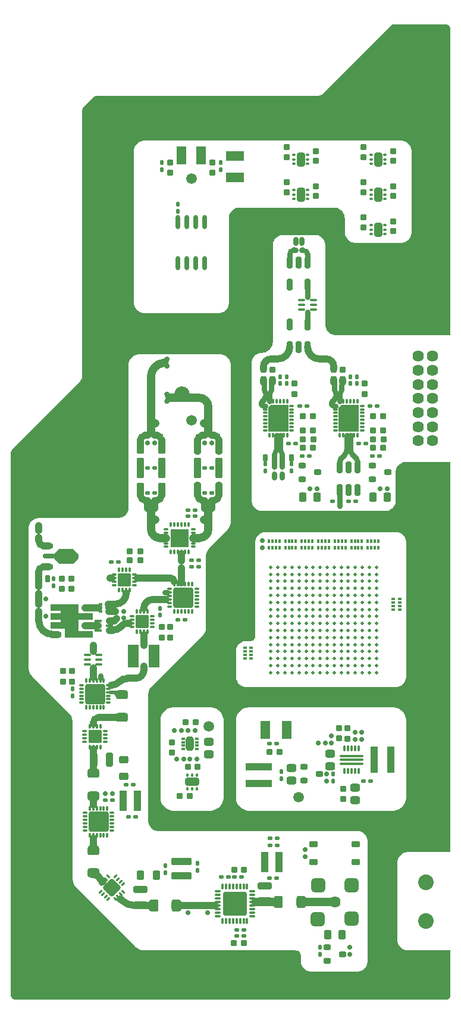
<source format=gts>
G04*
G04 #@! TF.GenerationSoftware,Altium Limited,Altium Designer,21.7.2 (23)*
G04*
G04 Layer_Color=8388736*
%FSLAX43Y43*%
%MOMM*%
G71*
G04*
G04 #@! TF.SameCoordinates,9207B031-9538-4005-B85C-AF880B68FBDC*
G04*
G04*
G04 #@! TF.FilePolarity,Negative*
G04*
G01*
G75*
%ADD79C,0.800*%
%ADD80C,1.000*%
%ADD81C,0.750*%
%ADD82C,1.200*%
%ADD83C,0.800*%
%ADD84C,2.200*%
%ADD85C,0.500*%
%ADD86C,1.020*%
%ADD87C,0.300*%
G04:AMPARAMS|DCode=88|XSize=0.52mm|YSize=0.62mm|CornerRadius=0.135mm|HoleSize=0mm|Usage=FLASHONLY|Rotation=0.000|XOffset=0mm|YOffset=0mm|HoleType=Round|Shape=RoundedRectangle|*
%AMROUNDEDRECTD88*
21,1,0.520,0.350,0,0,0.0*
21,1,0.250,0.620,0,0,0.0*
1,1,0.270,0.125,-0.175*
1,1,0.270,-0.125,-0.175*
1,1,0.270,-0.125,0.175*
1,1,0.270,0.125,0.175*
%
%ADD88ROUNDEDRECTD88*%
G04:AMPARAMS|DCode=89|XSize=0.52mm|YSize=0.62mm|CornerRadius=0.135mm|HoleSize=0mm|Usage=FLASHONLY|Rotation=90.000|XOffset=0mm|YOffset=0mm|HoleType=Round|Shape=RoundedRectangle|*
%AMROUNDEDRECTD89*
21,1,0.520,0.350,0,0,90.0*
21,1,0.250,0.620,0,0,90.0*
1,1,0.270,0.175,0.125*
1,1,0.270,0.175,-0.125*
1,1,0.270,-0.175,-0.125*
1,1,0.270,-0.175,0.125*
%
%ADD89ROUNDEDRECTD89*%
%ADD90O,0.820X0.270*%
%ADD91O,0.270X0.820*%
%ADD92C,0.470*%
G04:AMPARAMS|DCode=93|XSize=0.27mm|YSize=0.82mm|CornerRadius=0.072mm|HoleSize=0mm|Usage=FLASHONLY|Rotation=0.000|XOffset=0mm|YOffset=0mm|HoleType=Round|Shape=RoundedRectangle|*
%AMROUNDEDRECTD93*
21,1,0.270,0.675,0,0,0.0*
21,1,0.125,0.820,0,0,0.0*
1,1,0.145,0.063,-0.338*
1,1,0.145,-0.063,-0.338*
1,1,0.145,-0.063,0.338*
1,1,0.145,0.063,0.338*
%
%ADD93ROUNDEDRECTD93*%
G04:AMPARAMS|DCode=94|XSize=0.27mm|YSize=3.42mm|CornerRadius=0.072mm|HoleSize=0mm|Usage=FLASHONLY|Rotation=90.000|XOffset=0mm|YOffset=0mm|HoleType=Round|Shape=RoundedRectangle|*
%AMROUNDEDRECTD94*
21,1,0.270,3.275,0,0,90.0*
21,1,0.125,3.420,0,0,90.0*
1,1,0.145,1.638,0.063*
1,1,0.145,1.638,-0.063*
1,1,0.145,-1.638,-0.063*
1,1,0.145,-1.638,0.063*
%
%ADD94ROUNDEDRECTD94*%
G04:AMPARAMS|DCode=95|XSize=0.63mm|YSize=0.62mm|CornerRadius=0.16mm|HoleSize=0mm|Usage=FLASHONLY|Rotation=180.000|XOffset=0mm|YOffset=0mm|HoleType=Round|Shape=RoundedRectangle|*
%AMROUNDEDRECTD95*
21,1,0.630,0.300,0,0,180.0*
21,1,0.310,0.620,0,0,180.0*
1,1,0.320,-0.155,0.150*
1,1,0.320,0.155,0.150*
1,1,0.320,0.155,-0.150*
1,1,0.320,-0.155,-0.150*
%
%ADD95ROUNDEDRECTD95*%
G04:AMPARAMS|DCode=96|XSize=0.82mm|YSize=1.02mm|CornerRadius=0.21mm|HoleSize=0mm|Usage=FLASHONLY|Rotation=90.000|XOffset=0mm|YOffset=0mm|HoleType=Round|Shape=RoundedRectangle|*
%AMROUNDEDRECTD96*
21,1,0.820,0.600,0,0,90.0*
21,1,0.400,1.020,0,0,90.0*
1,1,0.420,0.300,0.200*
1,1,0.420,0.300,-0.200*
1,1,0.420,-0.300,-0.200*
1,1,0.420,-0.300,0.200*
%
%ADD96ROUNDEDRECTD96*%
G04:AMPARAMS|DCode=97|XSize=0.63mm|YSize=0.62mm|CornerRadius=0.16mm|HoleSize=0mm|Usage=FLASHONLY|Rotation=90.000|XOffset=0mm|YOffset=0mm|HoleType=Round|Shape=RoundedRectangle|*
%AMROUNDEDRECTD97*
21,1,0.630,0.300,0,0,90.0*
21,1,0.310,0.620,0,0,90.0*
1,1,0.320,0.150,0.155*
1,1,0.320,0.150,-0.155*
1,1,0.320,-0.150,-0.155*
1,1,0.320,-0.150,0.155*
%
%ADD97ROUNDEDRECTD97*%
G04:AMPARAMS|DCode=98|XSize=0.92mm|YSize=0.82mm|CornerRadius=0.21mm|HoleSize=0mm|Usage=FLASHONLY|Rotation=90.000|XOffset=0mm|YOffset=0mm|HoleType=Round|Shape=RoundedRectangle|*
%AMROUNDEDRECTD98*
21,1,0.920,0.400,0,0,90.0*
21,1,0.500,0.820,0,0,90.0*
1,1,0.420,0.200,0.250*
1,1,0.420,0.200,-0.250*
1,1,0.420,-0.200,-0.250*
1,1,0.420,-0.200,0.250*
%
%ADD98ROUNDEDRECTD98*%
G04:AMPARAMS|DCode=99|XSize=0.92mm|YSize=0.82mm|CornerRadius=0.21mm|HoleSize=0mm|Usage=FLASHONLY|Rotation=0.000|XOffset=0mm|YOffset=0mm|HoleType=Round|Shape=RoundedRectangle|*
%AMROUNDEDRECTD99*
21,1,0.920,0.400,0,0,0.0*
21,1,0.500,0.820,0,0,0.0*
1,1,0.420,0.250,-0.200*
1,1,0.420,-0.250,-0.200*
1,1,0.420,-0.250,0.200*
1,1,0.420,0.250,0.200*
%
%ADD99ROUNDEDRECTD99*%
%ADD100O,0.720X0.270*%
%ADD101O,0.270X0.720*%
G04:AMPARAMS|DCode=102|XSize=1.07mm|YSize=1.32mm|CornerRadius=0.273mm|HoleSize=0mm|Usage=FLASHONLY|Rotation=180.000|XOffset=0mm|YOffset=0mm|HoleType=Round|Shape=RoundedRectangle|*
%AMROUNDEDRECTD102*
21,1,1.070,0.775,0,0,180.0*
21,1,0.525,1.320,0,0,180.0*
1,1,0.545,-0.263,0.388*
1,1,0.545,0.263,0.388*
1,1,0.545,0.263,-0.388*
1,1,0.545,-0.263,-0.388*
%
%ADD102ROUNDEDRECTD102*%
G04:AMPARAMS|DCode=103|XSize=0.78mm|YSize=1.67mm|CornerRadius=0.2mm|HoleSize=0mm|Usage=FLASHONLY|Rotation=0.000|XOffset=0mm|YOffset=0mm|HoleType=Round|Shape=RoundedRectangle|*
%AMROUNDEDRECTD103*
21,1,0.780,1.270,0,0,0.0*
21,1,0.380,1.670,0,0,0.0*
1,1,0.400,0.190,-0.635*
1,1,0.400,-0.190,-0.635*
1,1,0.400,-0.190,0.635*
1,1,0.400,0.190,0.635*
%
%ADD103ROUNDEDRECTD103*%
G04:AMPARAMS|DCode=104|XSize=0.82mm|YSize=1.22mm|CornerRadius=0.21mm|HoleSize=0mm|Usage=FLASHONLY|Rotation=270.000|XOffset=0mm|YOffset=0mm|HoleType=Round|Shape=RoundedRectangle|*
%AMROUNDEDRECTD104*
21,1,0.820,0.800,0,0,270.0*
21,1,0.400,1.220,0,0,270.0*
1,1,0.420,-0.400,-0.200*
1,1,0.420,-0.400,0.200*
1,1,0.420,0.400,0.200*
1,1,0.420,0.400,-0.200*
%
%ADD104ROUNDEDRECTD104*%
G04:AMPARAMS|DCode=105|XSize=1.42mm|YSize=1.12mm|CornerRadius=0.285mm|HoleSize=0mm|Usage=FLASHONLY|Rotation=0.000|XOffset=0mm|YOffset=0mm|HoleType=Round|Shape=RoundedRectangle|*
%AMROUNDEDRECTD105*
21,1,1.420,0.550,0,0,0.0*
21,1,0.850,1.120,0,0,0.0*
1,1,0.570,0.425,-0.275*
1,1,0.570,-0.425,-0.275*
1,1,0.570,-0.425,0.275*
1,1,0.570,0.425,0.275*
%
%ADD105ROUNDEDRECTD105*%
%ADD106R,1.000X3.720*%
%ADD107R,3.720X1.000*%
%ADD108R,1.420X2.620*%
G04:AMPARAMS|DCode=109|XSize=0.66mm|YSize=1.04mm|CornerRadius=0.17mm|HoleSize=0mm|Usage=FLASHONLY|Rotation=0.000|XOffset=0mm|YOffset=0mm|HoleType=Round|Shape=RoundedRectangle|*
%AMROUNDEDRECTD109*
21,1,0.660,0.700,0,0,0.0*
21,1,0.320,1.040,0,0,0.0*
1,1,0.340,0.160,-0.350*
1,1,0.340,-0.160,-0.350*
1,1,0.340,-0.160,0.350*
1,1,0.340,0.160,0.350*
%
%ADD109ROUNDEDRECTD109*%
G04:AMPARAMS|DCode=110|XSize=0.395mm|YSize=0.57mm|CornerRadius=0.104mm|HoleSize=0mm|Usage=FLASHONLY|Rotation=90.000|XOffset=0mm|YOffset=0mm|HoleType=Round|Shape=RoundedRectangle|*
%AMROUNDEDRECTD110*
21,1,0.395,0.363,0,0,90.0*
21,1,0.188,0.570,0,0,90.0*
1,1,0.207,0.181,0.094*
1,1,0.207,0.181,-0.094*
1,1,0.207,-0.181,-0.094*
1,1,0.207,-0.181,0.094*
%
%ADD110ROUNDEDRECTD110*%
G04:AMPARAMS|DCode=111|XSize=0.395mm|YSize=0.57mm|CornerRadius=0.104mm|HoleSize=0mm|Usage=FLASHONLY|Rotation=0.000|XOffset=0mm|YOffset=0mm|HoleType=Round|Shape=RoundedRectangle|*
%AMROUNDEDRECTD111*
21,1,0.395,0.363,0,0,0.0*
21,1,0.188,0.570,0,0,0.0*
1,1,0.207,0.094,-0.181*
1,1,0.207,-0.094,-0.181*
1,1,0.207,-0.094,0.181*
1,1,0.207,0.094,0.181*
%
%ADD111ROUNDEDRECTD111*%
%ADD112R,0.395X0.570*%
G04:AMPARAMS|DCode=113|XSize=0.66mm|YSize=1.04mm|CornerRadius=0.17mm|HoleSize=0mm|Usage=FLASHONLY|Rotation=270.000|XOffset=0mm|YOffset=0mm|HoleType=Round|Shape=RoundedRectangle|*
%AMROUNDEDRECTD113*
21,1,0.660,0.700,0,0,270.0*
21,1,0.320,1.040,0,0,270.0*
1,1,0.340,-0.350,-0.160*
1,1,0.340,-0.350,0.160*
1,1,0.340,0.350,0.160*
1,1,0.340,0.350,-0.160*
%
%ADD113ROUNDEDRECTD113*%
G04:AMPARAMS|DCode=114|XSize=0.62mm|YSize=1.72mm|CornerRadius=0.16mm|HoleSize=0mm|Usage=FLASHONLY|Rotation=90.000|XOffset=0mm|YOffset=0mm|HoleType=Round|Shape=RoundedRectangle|*
%AMROUNDEDRECTD114*
21,1,0.620,1.400,0,0,90.0*
21,1,0.300,1.720,0,0,90.0*
1,1,0.320,0.700,0.150*
1,1,0.320,0.700,-0.150*
1,1,0.320,-0.700,-0.150*
1,1,0.320,-0.700,0.150*
%
%ADD114ROUNDEDRECTD114*%
G04:AMPARAMS|DCode=115|XSize=0.62mm|YSize=1.42mm|CornerRadius=0.16mm|HoleSize=0mm|Usage=FLASHONLY|Rotation=90.000|XOffset=0mm|YOffset=0mm|HoleType=Round|Shape=RoundedRectangle|*
%AMROUNDEDRECTD115*
21,1,0.620,1.100,0,0,90.0*
21,1,0.300,1.420,0,0,90.0*
1,1,0.320,0.550,0.150*
1,1,0.320,0.550,-0.150*
1,1,0.320,-0.550,-0.150*
1,1,0.320,-0.550,0.150*
%
%ADD115ROUNDEDRECTD115*%
%ADD116R,1.540X0.780*%
G04:AMPARAMS|DCode=117|XSize=0.78mm|YSize=1.54mm|CornerRadius=0.2mm|HoleSize=0mm|Usage=FLASHONLY|Rotation=270.000|XOffset=0mm|YOffset=0mm|HoleType=Round|Shape=RoundedRectangle|*
%AMROUNDEDRECTD117*
21,1,0.780,1.140,0,0,270.0*
21,1,0.380,1.540,0,0,270.0*
1,1,0.400,-0.570,-0.190*
1,1,0.400,-0.570,0.190*
1,1,0.400,0.570,0.190*
1,1,0.400,0.570,-0.190*
%
%ADD117ROUNDEDRECTD117*%
%ADD118O,0.720X0.320*%
%ADD119O,0.320X0.720*%
%ADD120O,0.720X1.520*%
%ADD121R,1.520X3.270*%
G04:AMPARAMS|DCode=122|XSize=0.27mm|YSize=0.58mm|CornerRadius=0.072mm|HoleSize=0mm|Usage=FLASHONLY|Rotation=270.000|XOffset=0mm|YOffset=0mm|HoleType=Round|Shape=RoundedRectangle|*
%AMROUNDEDRECTD122*
21,1,0.270,0.435,0,0,270.0*
21,1,0.125,0.580,0,0,270.0*
1,1,0.145,-0.217,-0.063*
1,1,0.145,-0.217,0.063*
1,1,0.145,0.217,0.063*
1,1,0.145,0.217,-0.063*
%
%ADD122ROUNDEDRECTD122*%
%ADD123O,0.380X1.010*%
%ADD124O,1.010X0.380*%
G04:AMPARAMS|DCode=125|XSize=1.27mm|YSize=1.72mm|CornerRadius=0.323mm|HoleSize=0mm|Usage=FLASHONLY|Rotation=90.000|XOffset=0mm|YOffset=0mm|HoleType=Round|Shape=RoundedRectangle|*
%AMROUNDEDRECTD125*
21,1,1.270,1.075,0,0,90.0*
21,1,0.625,1.720,0,0,90.0*
1,1,0.645,0.538,0.313*
1,1,0.645,0.538,-0.313*
1,1,0.645,-0.538,-0.313*
1,1,0.645,-0.538,0.313*
%
%ADD125ROUNDEDRECTD125*%
%ADD126O,0.270X0.770*%
%ADD127O,0.770X0.270*%
G04:AMPARAMS|DCode=128|XSize=1.04mm|YSize=2mm|CornerRadius=0.265mm|HoleSize=0mm|Usage=FLASHONLY|Rotation=0.000|XOffset=0mm|YOffset=0mm|HoleType=Round|Shape=RoundedRectangle|*
%AMROUNDEDRECTD128*
21,1,1.040,1.470,0,0,0.0*
21,1,0.510,2.000,0,0,0.0*
1,1,0.530,0.255,-0.735*
1,1,0.530,-0.255,-0.735*
1,1,0.530,-0.255,0.735*
1,1,0.530,0.255,0.735*
%
%ADD128ROUNDEDRECTD128*%
G04:AMPARAMS|DCode=129|XSize=1.07mm|YSize=1.32mm|CornerRadius=0.273mm|HoleSize=0mm|Usage=FLASHONLY|Rotation=270.000|XOffset=0mm|YOffset=0mm|HoleType=Round|Shape=RoundedRectangle|*
%AMROUNDEDRECTD129*
21,1,1.070,0.775,0,0,270.0*
21,1,0.525,1.320,0,0,270.0*
1,1,0.545,-0.388,-0.263*
1,1,0.545,-0.388,0.263*
1,1,0.545,0.388,0.263*
1,1,0.545,0.388,-0.263*
%
%ADD129ROUNDEDRECTD129*%
G04:AMPARAMS|DCode=130|XSize=0.27mm|YSize=0.77mm|CornerRadius=0mm|HoleSize=0mm|Usage=FLASHONLY|Rotation=45.000|XOffset=0mm|YOffset=0mm|HoleType=Round|Shape=Round|*
%AMOVALD130*
21,1,0.500,0.270,0.000,0.000,135.0*
1,1,0.270,0.177,-0.177*
1,1,0.270,-0.177,0.177*
%
%ADD130OVALD130*%

G04:AMPARAMS|DCode=131|XSize=0.27mm|YSize=0.77mm|CornerRadius=0mm|HoleSize=0mm|Usage=FLASHONLY|Rotation=315.000|XOffset=0mm|YOffset=0mm|HoleType=Round|Shape=Round|*
%AMOVALD131*
21,1,0.500,0.270,0.000,0.000,45.0*
1,1,0.270,-0.177,-0.177*
1,1,0.270,0.177,0.177*
%
%ADD131OVALD131*%

G04:AMPARAMS|DCode=132|XSize=1.04mm|YSize=2mm|CornerRadius=0.265mm|HoleSize=0mm|Usage=FLASHONLY|Rotation=90.000|XOffset=0mm|YOffset=0mm|HoleType=Round|Shape=RoundedRectangle|*
%AMROUNDEDRECTD132*
21,1,1.040,1.470,0,0,90.0*
21,1,0.510,2.000,0,0,90.0*
1,1,0.530,0.735,0.255*
1,1,0.530,0.735,-0.255*
1,1,0.530,-0.735,-0.255*
1,1,0.530,-0.735,0.255*
%
%ADD132ROUNDEDRECTD132*%
G04:AMPARAMS|DCode=133|XSize=1.27mm|YSize=1.72mm|CornerRadius=0.323mm|HoleSize=0mm|Usage=FLASHONLY|Rotation=180.000|XOffset=0mm|YOffset=0mm|HoleType=Round|Shape=RoundedRectangle|*
%AMROUNDEDRECTD133*
21,1,1.270,1.075,0,0,180.0*
21,1,0.625,1.720,0,0,180.0*
1,1,0.645,-0.313,0.538*
1,1,0.645,0.313,0.538*
1,1,0.645,0.313,-0.538*
1,1,0.645,-0.313,-0.538*
%
%ADD133ROUNDEDRECTD133*%
G04:AMPARAMS|DCode=134|XSize=1.02mm|YSize=2.92mm|CornerRadius=0.26mm|HoleSize=0mm|Usage=FLASHONLY|Rotation=270.000|XOffset=0mm|YOffset=0mm|HoleType=Round|Shape=RoundedRectangle|*
%AMROUNDEDRECTD134*
21,1,1.020,2.400,0,0,270.0*
21,1,0.500,2.920,0,0,270.0*
1,1,0.520,-1.200,-0.250*
1,1,0.520,-1.200,0.250*
1,1,0.520,1.200,0.250*
1,1,0.520,1.200,-0.250*
%
%ADD134ROUNDEDRECTD134*%
%ADD135O,0.920X0.270*%
%ADD136O,0.270X0.920*%
%ADD137C,1.520*%
G04:AMPARAMS|DCode=138|XSize=2.02mm|YSize=2.02mm|CornerRadius=0.51mm|HoleSize=0mm|Usage=FLASHONLY|Rotation=180.000|XOffset=0mm|YOffset=0mm|HoleType=Round|Shape=RoundedRectangle|*
%AMROUNDEDRECTD138*
21,1,2.020,1.000,0,0,180.0*
21,1,1.000,2.020,0,0,180.0*
1,1,1.020,-0.500,0.500*
1,1,1.020,0.500,0.500*
1,1,1.020,0.500,-0.500*
1,1,1.020,-0.500,-0.500*
%
%ADD138ROUNDEDRECTD138*%
%ADD139C,1.620*%
%ADD140R,1.020X2.920*%
G04:AMPARAMS|DCode=141|XSize=0.52mm|YSize=0.27mm|CornerRadius=0.041mm|HoleSize=0mm|Usage=FLASHONLY|Rotation=180.000|XOffset=0mm|YOffset=0mm|HoleType=Round|Shape=RoundedRectangle|*
%AMROUNDEDRECTD141*
21,1,0.520,0.188,0,0,180.0*
21,1,0.438,0.270,0,0,180.0*
1,1,0.083,-0.219,0.094*
1,1,0.083,0.219,0.094*
1,1,0.083,0.219,-0.094*
1,1,0.083,-0.219,-0.094*
%
%ADD141ROUNDEDRECTD141*%
G04:AMPARAMS|DCode=142|XSize=0.47mm|YSize=0.32mm|CornerRadius=0.048mm|HoleSize=0mm|Usage=FLASHONLY|Rotation=270.000|XOffset=0mm|YOffset=0mm|HoleType=Round|Shape=RoundedRectangle|*
%AMROUNDEDRECTD142*
21,1,0.470,0.225,0,0,270.0*
21,1,0.375,0.320,0,0,270.0*
1,1,0.095,-0.113,-0.188*
1,1,0.095,-0.113,0.188*
1,1,0.095,0.113,0.188*
1,1,0.095,0.113,-0.188*
%
%ADD142ROUNDEDRECTD142*%
G04:AMPARAMS|DCode=143|XSize=0.38mm|YSize=1.01mm|CornerRadius=0.1mm|HoleSize=0mm|Usage=FLASHONLY|Rotation=270.000|XOffset=0mm|YOffset=0mm|HoleType=Round|Shape=RoundedRectangle|*
%AMROUNDEDRECTD143*
21,1,0.380,0.810,0,0,270.0*
21,1,0.180,1.010,0,0,270.0*
1,1,0.200,-0.405,-0.090*
1,1,0.200,-0.405,0.090*
1,1,0.200,0.405,0.090*
1,1,0.200,0.405,-0.090*
%
%ADD143ROUNDEDRECTD143*%
%ADD144O,0.620X2.020*%
G04:AMPARAMS|DCode=145|XSize=0.47mm|YSize=0.32mm|CornerRadius=0.048mm|HoleSize=0mm|Usage=FLASHONLY|Rotation=180.000|XOffset=0mm|YOffset=0mm|HoleType=Round|Shape=RoundedRectangle|*
%AMROUNDEDRECTD145*
21,1,0.470,0.225,0,0,180.0*
21,1,0.375,0.320,0,0,180.0*
1,1,0.095,-0.188,0.113*
1,1,0.095,0.188,0.113*
1,1,0.095,0.188,-0.113*
1,1,0.095,-0.188,-0.113*
%
%ADD145ROUNDEDRECTD145*%
%ADD146R,2.620X1.420*%
%ADD147R,2.520X2.520*%
%ADD148C,4.520*%
%ADD149C,6.020*%
%ADD150O,0.703X1.703*%
%ADD151C,2.220*%
G04:AMPARAMS|DCode=152|XSize=2.903mm|YSize=2.903mm|CornerRadius=0.372mm|HoleSize=0mm|Usage=FLASHONLY|Rotation=0.000|XOffset=0mm|YOffset=0mm|HoleType=Round|Shape=RoundedRectangle|*
%AMROUNDEDRECTD152*
21,1,2.903,2.160,0,0,0.0*
21,1,2.160,2.903,0,0,0.0*
1,1,0.743,1.080,-1.080*
1,1,0.743,-1.080,-1.080*
1,1,0.743,-1.080,1.080*
1,1,0.743,1.080,1.080*
%
%ADD152ROUNDEDRECTD152*%
G04:AMPARAMS|DCode=153|XSize=2.903mm|YSize=2.903mm|CornerRadius=0.372mm|HoleSize=0mm|Usage=FLASHONLY|Rotation=270.000|XOffset=0mm|YOffset=0mm|HoleType=Round|Shape=RoundedRectangle|*
%AMROUNDEDRECTD153*
21,1,2.903,2.160,0,0,270.0*
21,1,2.160,2.903,0,0,270.0*
1,1,0.743,-1.080,-1.080*
1,1,0.743,-1.080,1.080*
1,1,0.743,1.080,1.080*
1,1,0.743,1.080,-1.080*
%
%ADD153ROUNDEDRECTD153*%
G04:AMPARAMS|DCode=154|XSize=1.933mm|YSize=1.933mm|CornerRadius=0.275mm|HoleSize=0mm|Usage=FLASHONLY|Rotation=270.000|XOffset=0mm|YOffset=0mm|HoleType=Round|Shape=RoundedRectangle|*
%AMROUNDEDRECTD154*
21,1,1.933,1.384,0,0,270.0*
21,1,1.384,1.933,0,0,270.0*
1,1,0.549,-0.692,-0.692*
1,1,0.549,-0.692,0.692*
1,1,0.549,0.692,0.692*
1,1,0.549,0.692,-0.692*
%
%ADD154ROUNDEDRECTD154*%
G04:AMPARAMS|DCode=155|XSize=1.933mm|YSize=1.933mm|CornerRadius=0.275mm|HoleSize=0mm|Usage=FLASHONLY|Rotation=315.000|XOffset=0mm|YOffset=0mm|HoleType=Round|Shape=RoundedRectangle|*
%AMROUNDEDRECTD155*
21,1,1.933,1.384,0,0,315.0*
21,1,1.384,1.933,0,0,315.0*
1,1,0.549,0.000,-0.979*
1,1,0.549,-0.979,0.000*
1,1,0.549,0.000,0.979*
1,1,0.549,0.979,0.000*
%
%ADD155ROUNDEDRECTD155*%
G04:AMPARAMS|DCode=156|XSize=3.42mm|YSize=3.42mm|CornerRadius=0.35mm|HoleSize=0mm|Usage=FLASHONLY|Rotation=0.000|XOffset=0mm|YOffset=0mm|HoleType=Round|Shape=RoundedRectangle|*
%AMROUNDEDRECTD156*
21,1,3.420,2.720,0,0,0.0*
21,1,2.720,3.420,0,0,0.0*
1,1,0.700,1.360,-1.360*
1,1,0.700,-1.360,-1.360*
1,1,0.700,-1.360,1.360*
1,1,0.700,1.360,1.360*
%
%ADD156ROUNDEDRECTD156*%
G04:AMPARAMS|DCode=157|XSize=1.103mm|YSize=2.003mm|CornerRadius=0.327mm|HoleSize=0mm|Usage=FLASHONLY|Rotation=180.000|XOffset=0mm|YOffset=0mm|HoleType=Round|Shape=RoundedRectangle|*
%AMROUNDEDRECTD157*
21,1,1.103,1.350,0,0,180.0*
21,1,0.450,2.003,0,0,180.0*
1,1,0.653,-0.225,0.675*
1,1,0.653,0.225,0.675*
1,1,0.653,0.225,-0.675*
1,1,0.653,-0.225,-0.675*
%
%ADD157ROUNDEDRECTD157*%
G04:AMPARAMS|DCode=158|XSize=1.203mm|YSize=2.003mm|CornerRadius=0.352mm|HoleSize=0mm|Usage=FLASHONLY|Rotation=270.000|XOffset=0mm|YOffset=0mm|HoleType=Round|Shape=RoundedRectangle|*
%AMROUNDEDRECTD158*
21,1,1.203,1.300,0,0,270.0*
21,1,0.500,2.003,0,0,270.0*
1,1,0.703,-0.650,-0.250*
1,1,0.703,-0.650,0.250*
1,1,0.703,0.650,0.250*
1,1,0.703,0.650,-0.250*
%
%ADD158ROUNDEDRECTD158*%
G04:AMPARAMS|DCode=159|XSize=1.203mm|YSize=2.003mm|CornerRadius=0.352mm|HoleSize=0mm|Usage=FLASHONLY|Rotation=180.000|XOffset=0mm|YOffset=0mm|HoleType=Round|Shape=RoundedRectangle|*
%AMROUNDEDRECTD159*
21,1,1.203,1.300,0,0,180.0*
21,1,0.500,2.003,0,0,180.0*
1,1,0.703,-0.250,0.650*
1,1,0.703,0.250,0.650*
1,1,0.703,0.250,-0.650*
1,1,0.703,-0.250,-0.650*
%
%ADD159ROUNDEDRECTD159*%
G04:AMPARAMS|DCode=160|XSize=1.903mm|YSize=1.903mm|CornerRadius=0.272mm|HoleSize=0mm|Usage=FLASHONLY|Rotation=270.000|XOffset=0mm|YOffset=0mm|HoleType=Round|Shape=RoundedRectangle|*
%AMROUNDEDRECTD160*
21,1,1.903,1.360,0,0,270.0*
21,1,1.360,1.903,0,0,270.0*
1,1,0.543,-0.680,-0.680*
1,1,0.543,-0.680,0.680*
1,1,0.543,0.680,0.680*
1,1,0.543,0.680,-0.680*
%
%ADD160ROUNDEDRECTD160*%
G04:AMPARAMS|DCode=161|XSize=1.903mm|YSize=1.903mm|CornerRadius=0.272mm|HoleSize=0mm|Usage=FLASHONLY|Rotation=0.000|XOffset=0mm|YOffset=0mm|HoleType=Round|Shape=RoundedRectangle|*
%AMROUNDEDRECTD161*
21,1,1.903,1.360,0,0,0.0*
21,1,1.360,1.903,0,0,0.0*
1,1,0.543,0.680,-0.680*
1,1,0.543,-0.680,-0.680*
1,1,0.543,-0.680,0.680*
1,1,0.543,0.680,0.680*
%
%ADD161ROUNDEDRECTD161*%
G36*
X183713Y189207D02*
X191142Y189207D01*
Y189207D01*
X191262Y189207D01*
X191482Y189115D01*
X191651Y188947D01*
X191742Y188726D01*
Y188607D01*
Y145000D01*
X175500D01*
X175353Y145007D01*
X175065Y145064D01*
X174793Y145177D01*
X174548Y145340D01*
X174340Y145548D01*
X174177Y145793D01*
X174064Y146064D01*
X174007Y146353D01*
X174000Y146500D01*
X174000Y157750D01*
X174000Y157898D01*
X173943Y158188D01*
X173830Y158461D01*
X173665Y158706D01*
X173456Y158915D01*
X173211Y159080D01*
X172938Y159193D01*
X172648Y159250D01*
X172500Y159250D01*
X172500Y159250D01*
X172500Y159250D01*
X168000Y159250D01*
X167852Y159250D01*
X167562Y159193D01*
X167289Y159080D01*
X167043Y158916D01*
X166834Y158707D01*
X166670Y158461D01*
X166557Y158188D01*
X166500Y157898D01*
X166500Y157750D01*
X166500Y157750D01*
X166500Y157750D01*
X166500Y144000D01*
X166489Y143854D01*
X166425Y143570D01*
X166310Y143302D01*
X166146Y143061D01*
X165939Y142854D01*
X165698Y142690D01*
X165430Y142575D01*
X165146Y142511D01*
X165000Y142500D01*
X164852Y142500D01*
X164562Y142443D01*
X164289Y142330D01*
X164043Y142166D01*
X163834Y141957D01*
X163670Y141711D01*
X163557Y141438D01*
X163500Y141148D01*
X163500Y141000D01*
X163500Y141000D01*
X163500Y141000D01*
Y121500D01*
X163500Y121352D01*
X163558Y121062D01*
X163671Y120789D01*
X163835Y120544D01*
X164044Y120335D01*
X164289Y120171D01*
X164562Y120058D01*
X164852Y120000D01*
X165000Y120000D01*
X182500Y120000D01*
X182648D01*
X182938Y120058D01*
X183210Y120171D01*
X183456Y120335D01*
X183665Y120544D01*
X183829Y120789D01*
X183942Y121062D01*
X184000Y121352D01*
Y121500D01*
X184000Y121500D01*
X184000Y125500D01*
X184007Y125647D01*
X184065Y125935D01*
X184177Y126207D01*
X184340Y126452D01*
X184548Y126659D01*
X184793Y126823D01*
X185065Y126935D01*
X185353Y126993D01*
X185500Y127000D01*
X185500Y127000D01*
X191742Y127000D01*
X191742Y71500D01*
X185745D01*
X185745Y71500D01*
X185597Y71500D01*
X185307Y71443D01*
X185034Y71330D01*
X184788Y71166D01*
X184579Y70957D01*
X184415Y70711D01*
X184302Y70438D01*
X184245Y70148D01*
X184245Y70000D01*
Y58995D01*
X184245Y58995D01*
X184245Y58848D01*
X184302Y58559D01*
X184415Y58287D01*
X184579Y58042D01*
X184787Y57834D01*
X185032Y57670D01*
X185304Y57557D01*
X185593Y57500D01*
X185740Y57500D01*
X191742D01*
Y51057D01*
Y50947D01*
X191659Y50745D01*
X191504Y50591D01*
X191302Y50507D01*
X129842D01*
X129723Y50507D01*
X129503Y50598D01*
X129334Y50767D01*
X129242Y50987D01*
X129242Y51107D01*
X129242Y128386D01*
X129242Y128386D01*
X129242Y128386D01*
X129258Y128506D01*
X129289Y128581D01*
X129334Y128649D01*
X129363Y128678D01*
X138981Y138295D01*
X139077Y138409D01*
X139233Y138662D01*
X139337Y138940D01*
X139384Y139233D01*
X139386Y139382D01*
X139386Y177000D01*
X139386Y177000D01*
X139386Y177000D01*
Y177001D01*
X139395Y177118D01*
X139414Y177212D01*
X139468Y177343D01*
X139548Y177462D01*
X139598Y177513D01*
X140972Y178886D01*
X140972Y178886D01*
X140972Y178886D01*
X140972Y178886D01*
X141067Y178963D01*
X141108Y178990D01*
X141214Y179034D01*
X141326Y179057D01*
X141384Y179057D01*
X172880Y179057D01*
X173001Y179063D01*
X173239Y179110D01*
X173463Y179203D01*
X173665Y179337D01*
X173755Y179419D01*
X183422Y189086D01*
X183422Y189086D01*
X183422Y189086D01*
X183422Y189086D01*
X183518Y189160D01*
X183593Y189191D01*
X183673Y189207D01*
X183713Y189207D01*
D02*
G37*
G36*
X178638Y135126D02*
X178651Y135123D01*
X178664Y135119D01*
X178676Y135113D01*
X178687Y135106D01*
X178697Y135097D01*
X178706Y135087D01*
X178713Y135076D01*
X178719Y135064D01*
X178723Y135051D01*
X178726Y135038D01*
X178727Y135025D01*
Y131375D01*
X178726Y131362D01*
X178723Y131349D01*
X178719Y131336D01*
X178713Y131324D01*
X178706Y131313D01*
X178697Y131303D01*
X178687Y131294D01*
X178676Y131287D01*
X178664Y131281D01*
X178651Y131277D01*
X178638Y131274D01*
X178625Y131273D01*
X175975D01*
X175962Y131274D01*
X175949Y131277D01*
X175936Y131281D01*
X175924Y131287D01*
X175913Y131294D01*
X175903Y131303D01*
X175894Y131313D01*
X175887Y131324D01*
X175881Y131336D01*
X175877Y131349D01*
X175874Y131362D01*
X175873Y131375D01*
Y134669D01*
X175874Y134682D01*
X175877Y134695D01*
X175881Y134708D01*
X175887Y134720D01*
X175894Y134731D01*
X175903Y134741D01*
X176259Y135097D01*
X176269Y135106D01*
X176280Y135113D01*
X176292Y135119D01*
X176305Y135123D01*
X176318Y135126D01*
X176331Y135127D01*
X178625D01*
X178638Y135126D01*
D02*
G37*
G36*
X168638D02*
X168651Y135123D01*
X168664Y135119D01*
X168676Y135113D01*
X168687Y135106D01*
X168697Y135097D01*
X168706Y135087D01*
X168713Y135076D01*
X168719Y135064D01*
X168723Y135051D01*
X168726Y135038D01*
X168727Y135025D01*
Y131375D01*
X168726Y131362D01*
X168723Y131349D01*
X168719Y131336D01*
X168713Y131324D01*
X168706Y131313D01*
X168697Y131303D01*
X168687Y131294D01*
X168676Y131287D01*
X168664Y131281D01*
X168651Y131277D01*
X168638Y131274D01*
X168625Y131273D01*
X165975D01*
X165962Y131274D01*
X165949Y131277D01*
X165936Y131281D01*
X165924Y131287D01*
X165913Y131294D01*
X165903Y131303D01*
X165894Y131313D01*
X165887Y131324D01*
X165881Y131336D01*
X165877Y131349D01*
X165874Y131362D01*
X165873Y131375D01*
Y134669D01*
X165874Y134682D01*
X165877Y134695D01*
X165881Y134708D01*
X165887Y134720D01*
X165894Y134731D01*
X165903Y134741D01*
X166259Y135097D01*
X166269Y135106D01*
X166280Y135113D01*
X166292Y135119D01*
X166305Y135123D01*
X166318Y135126D01*
X166331Y135127D01*
X168625D01*
X168638Y135126D01*
D02*
G37*
%LPC*%
G36*
X184898Y172650D02*
X184750Y172650D01*
X148250Y172650D01*
X148250Y172650D01*
X148102D01*
X147812Y172592D01*
X147539Y172479D01*
X147294Y172315D01*
X147085Y172106D01*
X146921Y171860D01*
X146808Y171588D01*
X146750Y171298D01*
Y171150D01*
Y149650D01*
X146750Y149502D01*
X146808Y149212D01*
X146921Y148939D01*
X147085Y148694D01*
X147294Y148485D01*
X147539Y148321D01*
X147812Y148208D01*
X148102Y148150D01*
X148250Y148150D01*
X158750D01*
X158900Y148143D01*
X159195Y148191D01*
X159474Y148300D01*
X159725Y148463D01*
X159937Y148675D01*
X160100Y148926D01*
X160209Y149205D01*
X160257Y149500D01*
X160250Y149650D01*
X160250Y161650D01*
X160250Y161650D01*
X160250Y161650D01*
X160257Y161797D01*
X160314Y162086D01*
X160427Y162357D01*
X160590Y162602D01*
X160798Y162810D01*
X161043Y162973D01*
X161314Y163086D01*
X161603Y163143D01*
X161750Y163150D01*
X175250Y163150D01*
X175250Y163150D01*
X175250Y163150D01*
X175397Y163143D01*
X175686Y163086D01*
X175957Y162973D01*
X176202Y162810D01*
X176410Y162602D01*
X176573Y162357D01*
X176686Y162086D01*
X176743Y161797D01*
X176750Y161650D01*
X176750Y159650D01*
X176750Y159502D01*
X176808Y159212D01*
X176921Y158939D01*
X177085Y158694D01*
X177294Y158485D01*
X177539Y158321D01*
X177812Y158208D01*
X178102Y158150D01*
X178250Y158150D01*
X184750Y158150D01*
X184750Y158150D01*
X184750Y158150D01*
X184898Y158150D01*
X185188Y158207D01*
X185461Y158320D01*
X185707Y158484D01*
X185916Y158693D01*
X186080Y158939D01*
X186193Y159212D01*
X186250Y159502D01*
X186250Y159650D01*
X186250Y171150D01*
X186250Y171150D01*
X186250Y171150D01*
X186250Y171298D01*
X186193Y171588D01*
X186080Y171861D01*
X185915Y172106D01*
X185706Y172315D01*
X185461Y172479D01*
X185188Y172592D01*
X184898Y172650D01*
D02*
G37*
G36*
X147500Y142250D02*
X147499Y142249D01*
X147352Y142249D01*
X147062Y142192D01*
X146789Y142079D01*
X146544Y141915D01*
X146335Y141706D01*
X146171Y141460D01*
X146058Y141187D01*
X146000Y140898D01*
X146000Y140750D01*
Y120500D01*
X145999Y120499D01*
X145992Y120352D01*
X145935Y120064D01*
X145822Y119793D01*
X145659Y119548D01*
X145451Y119340D01*
X145207Y119177D01*
X144935Y119065D01*
X144647Y119007D01*
X144500Y119000D01*
X133250D01*
X133249Y118999D01*
X133102D01*
X132812Y118942D01*
X132539Y118829D01*
X132294Y118665D01*
X132085Y118456D01*
X131921Y118210D01*
X131808Y117937D01*
X131750Y117648D01*
Y117500D01*
Y97750D01*
X131748Y97577D01*
X131811Y97236D01*
X131940Y96914D01*
X132129Y96624D01*
X132250Y96500D01*
X137500Y91250D01*
X137500Y91250D01*
X137614Y91121D01*
X137803Y90832D01*
X137931Y90512D01*
X137994Y90173D01*
X138000Y90000D01*
X138000Y67750D01*
X137998Y67577D01*
X138061Y67236D01*
X138190Y66914D01*
X138379Y66624D01*
X138500Y66500D01*
X147000Y58000D01*
Y58000D01*
X147124Y57879D01*
X147414Y57690D01*
X147736Y57561D01*
X148077Y57498D01*
X148250Y57500D01*
X169750Y57500D01*
X169750Y57500D01*
X169750Y57500D01*
X169750Y57500D01*
X169867Y57488D01*
X169968Y57468D01*
X170104Y57411D01*
X170226Y57330D01*
X170330Y57226D01*
X170412Y57104D01*
X170468Y56968D01*
X170496Y56823D01*
X170500Y56750D01*
X170500Y55852D01*
X170558Y55562D01*
X170671Y55289D01*
X170835Y55044D01*
X171044Y54835D01*
X171289Y54671D01*
X171562Y54558D01*
X171852Y54500D01*
X178500D01*
X178500Y54500D01*
X178500Y54500D01*
X178648Y54500D01*
X178938Y54557D01*
X179211Y54670D01*
X179456Y54835D01*
X179665Y55044D01*
X179830Y55289D01*
X179943Y55562D01*
X180000Y55852D01*
X180000Y56000D01*
X180000Y73000D01*
X180000Y73000D01*
X180000Y73000D01*
X180000Y73148D01*
X179943Y73438D01*
X179830Y73711D01*
X179666Y73957D01*
X179457Y74166D01*
X179211Y74330D01*
X178938Y74443D01*
X178648Y74500D01*
X178500Y74500D01*
X150250Y74500D01*
X150103Y74507D01*
X149815Y74565D01*
X149543Y74677D01*
X149298Y74840D01*
X149090Y75048D01*
X148927Y75293D01*
X148815Y75565D01*
X148757Y75853D01*
X148750Y76000D01*
Y93750D01*
X148756Y93923D01*
X148819Y94262D01*
X148948Y94582D01*
X149136Y94871D01*
X149250Y95000D01*
X156500Y102250D01*
X156500Y102250D01*
X156500Y102250D01*
X156621Y102374D01*
X156810Y102664D01*
X156939Y102986D01*
X157002Y103327D01*
X157000Y103500D01*
X157000Y113500D01*
X157000Y113500D01*
X157000D01*
X157006Y113673D01*
X157069Y114011D01*
X157198Y114332D01*
X157386Y114621D01*
X157500Y114750D01*
X160000Y117250D01*
X160000Y117250D01*
X160000Y117250D01*
X160121Y117374D01*
X160310Y117664D01*
X160439Y117986D01*
X160502Y118327D01*
X160500Y118500D01*
X160500Y140750D01*
X160500Y140750D01*
X160499Y140750D01*
X160499Y140897D01*
X160441Y141187D01*
X160328Y141460D01*
X160164Y141705D01*
X159955Y141914D01*
X159710Y142078D01*
X159437Y142192D01*
X159148Y142250D01*
X159000Y142250D01*
X147500Y142250D01*
D02*
G37*
G36*
X184148Y117000D02*
X184000Y117000D01*
X165500Y117000D01*
X165500Y117000D01*
X165352Y117000D01*
X165062Y116942D01*
X164789Y116829D01*
X164544Y116665D01*
X164335Y116456D01*
X164171Y116211D01*
X164058Y115938D01*
X164000Y115648D01*
Y115500D01*
Y102200D01*
X164000Y102200D01*
X163997Y102131D01*
X163970Y101997D01*
X163917Y101870D01*
X163841Y101756D01*
X163744Y101659D01*
X163630Y101583D01*
X163503Y101530D01*
X163369Y101503D01*
X163300Y101500D01*
X162750D01*
X162750Y101500D01*
X162602D01*
X162312Y101442D01*
X162039Y101329D01*
X161794Y101165D01*
X161585Y100956D01*
X161421Y100711D01*
X161308Y100438D01*
X161250Y100148D01*
Y100000D01*
Y96500D01*
X161250Y96352D01*
X161308Y96062D01*
X161421Y95789D01*
X161585Y95544D01*
X161794Y95335D01*
X162039Y95171D01*
X162312Y95058D01*
X162602Y95000D01*
X162750Y95000D01*
X184000D01*
X184148Y95000D01*
X184438Y95058D01*
X184711Y95171D01*
X184956Y95335D01*
X185165Y95544D01*
X185329Y95789D01*
X185442Y96062D01*
X185500Y96352D01*
X185500Y96500D01*
X185500Y115500D01*
X185500Y115500D01*
X185500Y115500D01*
X185500Y115648D01*
X185442Y115938D01*
X185329Y116211D01*
X185165Y116456D01*
X184956Y116665D01*
X184711Y116829D01*
X184438Y116942D01*
X184148Y117000D01*
D02*
G37*
G36*
X183697Y92100D02*
X183500Y92100D01*
X163250Y92100D01*
X163250Y92100D01*
X163053D01*
X162667Y92023D01*
X162303Y91872D01*
X161975Y91653D01*
X161697Y91375D01*
X161478Y91047D01*
X161327Y90683D01*
X161250Y90297D01*
Y90100D01*
Y79350D01*
Y79153D01*
X161327Y78767D01*
X161478Y78403D01*
X161697Y78075D01*
X161975Y77796D01*
X162303Y77578D01*
X162667Y77427D01*
X163053Y77350D01*
X163250Y77350D01*
X183500D01*
X183697Y77350D01*
X184084Y77427D01*
X184448Y77577D01*
X184775Y77796D01*
X185054Y78075D01*
X185273Y78402D01*
X185423Y78766D01*
X185500Y79153D01*
X185500Y79350D01*
X185500Y90100D01*
X185500Y90100D01*
X185500Y90100D01*
X185500Y90297D01*
X185423Y90683D01*
X185273Y91048D01*
X185054Y91375D01*
X184775Y91654D01*
X184448Y91873D01*
X184083Y92023D01*
X183697Y92100D01*
D02*
G37*
G36*
X152500Y92100D02*
X152500Y92100D01*
X152303D01*
X151917Y92023D01*
X151553Y91872D01*
X151225Y91654D01*
X150947Y91375D01*
X150728Y91047D01*
X150577Y90683D01*
X150500Y90297D01*
Y90100D01*
Y79350D01*
X150500Y79153D01*
X150577Y78767D01*
X150728Y78403D01*
X150947Y78075D01*
X151225Y77796D01*
X151553Y77578D01*
X151917Y77427D01*
X152303Y77350D01*
X152500Y77350D01*
X157500D01*
X157500Y77350D01*
Y77350D01*
X157697Y77350D01*
X158083Y77427D01*
X158447Y77578D01*
X158775Y77796D01*
X159053Y78075D01*
X159272Y78403D01*
X159423Y78767D01*
X159500Y79153D01*
X159500Y79350D01*
X159500Y90100D01*
X159500Y90100D01*
X159500Y90100D01*
X159500Y90297D01*
X159423Y90683D01*
X159272Y91047D01*
X159053Y91375D01*
X158775Y91653D01*
X158447Y91872D01*
X158083Y92023D01*
X157697Y92100D01*
X157500Y92100D01*
X152500Y92100D01*
D02*
G37*
%LPD*%
G36*
X138061Y114602D02*
X138075Y114601D01*
X138088Y114598D01*
X138100Y114594D01*
X138112Y114588D01*
X138123Y114581D01*
X138133Y114572D01*
X138783Y113922D01*
X138792Y113912D01*
X138800Y113901D01*
X138805Y113889D01*
X138810Y113876D01*
X138812Y113863D01*
X138813Y113850D01*
Y113250D01*
X138812Y113237D01*
X138810Y113224D01*
X138805Y113211D01*
X138800Y113199D01*
X138792Y113188D01*
X138783Y113178D01*
X138133Y112528D01*
X138123Y112519D01*
X138112Y112512D01*
X138100Y112506D01*
X138088Y112502D01*
X138075Y112499D01*
X138061Y112498D01*
X136161D01*
X136148Y112499D01*
X136135Y112502D01*
X136122Y112506D01*
X136110Y112512D01*
X136099Y112519D01*
X136089Y112528D01*
X135439Y113178D01*
X135431Y113188D01*
X135423Y113199D01*
X135417Y113211D01*
X135413Y113224D01*
X135410Y113237D01*
X135410Y113250D01*
Y113850D01*
X135410Y113863D01*
X135413Y113876D01*
X135417Y113889D01*
X135423Y113901D01*
X135431Y113912D01*
X135439Y113922D01*
X136089Y114572D01*
X136099Y114581D01*
X136110Y114588D01*
X136122Y114594D01*
X136135Y114598D01*
X136148Y114601D01*
X136161Y114602D01*
X138061Y114602D01*
D02*
G37*
G36*
X138802Y106737D02*
X138815Y106734D01*
X138828Y106730D01*
X138840Y106724D01*
X138851Y106717D01*
X138861Y106708D01*
X138870Y106698D01*
X138877Y106687D01*
X138883Y106675D01*
X138887Y106662D01*
X138890Y106649D01*
X138891Y106636D01*
Y105468D01*
X140821D01*
X140834Y105467D01*
X140847Y105464D01*
X140860Y105460D01*
X140872Y105454D01*
X140883Y105447D01*
X140893Y105438D01*
X140902Y105428D01*
X140909Y105417D01*
X140915Y105405D01*
X140919Y105392D01*
X140922Y105379D01*
X140923Y105366D01*
Y104604D01*
X140922Y104591D01*
X140919Y104578D01*
X140915Y104565D01*
X140909Y104553D01*
X140902Y104542D01*
X140893Y104532D01*
X140883Y104523D01*
X140872Y104516D01*
X140860Y104510D01*
X140847Y104506D01*
X140834Y104503D01*
X140821Y104502D01*
X138891D01*
Y102928D01*
X140821D01*
X140834Y102927D01*
X140847Y102924D01*
X140860Y102920D01*
X140872Y102914D01*
X140883Y102907D01*
X140893Y102898D01*
X140902Y102888D01*
X140909Y102877D01*
X140915Y102865D01*
X140919Y102852D01*
X140922Y102839D01*
X140923Y102826D01*
Y102064D01*
X140922Y102051D01*
X140919Y102038D01*
X140915Y102025D01*
X140909Y102013D01*
X140902Y102002D01*
X140893Y101992D01*
X140883Y101983D01*
X140872Y101976D01*
X140860Y101970D01*
X140847Y101966D01*
X140834Y101963D01*
X140821Y101962D01*
X137011D01*
X136998Y101963D01*
X136985Y101966D01*
X136972Y101970D01*
X136960Y101976D01*
X136949Y101983D01*
X136939Y101992D01*
X136930Y102002D01*
X136923Y102013D01*
X136917Y102025D01*
X136913Y102038D01*
X136910Y102051D01*
X136909Y102064D01*
Y103232D01*
X134979D01*
X134966Y103233D01*
X134953Y103236D01*
X134940Y103240D01*
X134928Y103246D01*
X134917Y103253D01*
X134907Y103262D01*
X134898Y103272D01*
X134891Y103283D01*
X134885Y103295D01*
X134881Y103308D01*
X134878Y103321D01*
X134877Y103334D01*
Y104096D01*
X134878Y104109D01*
X134881Y104122D01*
X134885Y104135D01*
X134891Y104147D01*
X134898Y104158D01*
X134907Y104168D01*
X134917Y104177D01*
X134928Y104184D01*
X134940Y104190D01*
X134953Y104194D01*
X134966Y104197D01*
X134979Y104198D01*
X136274D01*
Y104502D01*
X134979D01*
X134966Y104503D01*
X134953Y104506D01*
X134940Y104510D01*
X134928Y104516D01*
X134917Y104523D01*
X134907Y104532D01*
X134898Y104542D01*
X134891Y104553D01*
X134885Y104565D01*
X134881Y104578D01*
X134878Y104591D01*
X134877Y104604D01*
Y105366D01*
X134878Y105379D01*
X134881Y105392D01*
X134885Y105405D01*
X134891Y105417D01*
X134898Y105428D01*
X134907Y105438D01*
X134917Y105447D01*
X134928Y105454D01*
X134940Y105460D01*
X134953Y105464D01*
X134966Y105467D01*
X134979Y105468D01*
X136274D01*
Y105772D01*
X134979D01*
X134966Y105773D01*
X134953Y105776D01*
X134940Y105780D01*
X134928Y105786D01*
X134917Y105793D01*
X134907Y105802D01*
X134898Y105812D01*
X134891Y105823D01*
X134885Y105835D01*
X134881Y105848D01*
X134878Y105861D01*
X134877Y105874D01*
Y106636D01*
X134878Y106649D01*
X134881Y106662D01*
X134885Y106675D01*
X134891Y106687D01*
X134898Y106698D01*
X134907Y106708D01*
X134917Y106717D01*
X134928Y106724D01*
X134940Y106730D01*
X134953Y106734D01*
X134966Y106737D01*
X134979Y106738D01*
X138789D01*
X138802Y106737D01*
D02*
G37*
G36*
X144457Y94464D02*
X144267Y93381D01*
X144217Y93494D01*
X144115Y93684D01*
X144062Y93761D01*
X144009Y93827D01*
X143954Y93880D01*
X143898Y93922D01*
X143842Y93951D01*
X143784Y93969D01*
X143725Y93975D01*
X143733Y94475D01*
X144457Y94464D01*
D02*
G37*
G36*
X141205Y83788D02*
X141220Y83742D01*
X141246Y83692D01*
X141281Y83639D01*
X141327Y83581D01*
X141383Y83520D01*
X141449Y83456D01*
X141611Y83315D01*
X141708Y83239D01*
X140192D01*
X140288Y83315D01*
X140517Y83520D01*
X140573Y83581D01*
X140619Y83639D01*
X140654Y83692D01*
X140680Y83742D01*
X140695Y83788D01*
X140700Y83830D01*
X141200D01*
X141205Y83788D01*
D02*
G37*
G36*
X141611Y78896D02*
X141383Y78690D01*
X141327Y78629D01*
X141281Y78572D01*
X141246Y78519D01*
X141220Y78469D01*
X141205Y78423D01*
X141200Y78381D01*
X140700D01*
X140695Y78423D01*
X140680Y78469D01*
X140654Y78519D01*
X140619Y78572D01*
X140573Y78629D01*
X140517Y78690D01*
X140451Y78755D01*
X140288Y78896D01*
X140192Y78972D01*
X141708D01*
X141611Y78896D01*
D02*
G37*
G36*
X141205Y72788D02*
X141220Y72742D01*
X141246Y72692D01*
X141281Y72639D01*
X141327Y72581D01*
X141383Y72520D01*
X141449Y72456D01*
X141611Y72315D01*
X141708Y72239D01*
X140192D01*
X140288Y72315D01*
X140517Y72520D01*
X140573Y72581D01*
X140619Y72639D01*
X140654Y72692D01*
X140680Y72742D01*
X140695Y72788D01*
X140700Y72830D01*
X141200D01*
X141205Y72788D01*
D02*
G37*
G36*
X141820Y68741D02*
X141905Y68350D01*
X141940Y68241D01*
X141978Y68141D01*
X142019Y68053D01*
X142063Y67975D01*
X142111Y67907D01*
X142162Y67849D01*
X141783Y67520D01*
X141733Y67560D01*
X141661Y67599D01*
X141569Y67638D01*
X141456Y67675D01*
X141322Y67712D01*
X140992Y67783D01*
X140340Y67885D01*
X141797Y68892D01*
X141820Y68741D01*
D02*
G37*
G36*
X166767Y63642D02*
X166691Y63738D01*
X166485Y63967D01*
X166424Y64023D01*
X166367Y64069D01*
X166313Y64104D01*
X166264Y64130D01*
X166218Y64145D01*
X166175Y64150D01*
Y64650D01*
X166218Y64655D01*
X166264Y64670D01*
X166313Y64696D01*
X166367Y64731D01*
X166424Y64777D01*
X166485Y64833D01*
X166550Y64899D01*
X166691Y65061D01*
X166767Y65158D01*
Y63642D01*
D02*
G37*
G36*
X171111Y65102D02*
X171502Y64851D01*
X171621Y64789D01*
X171734Y64739D01*
X171840Y64700D01*
X171941Y64672D01*
X172036Y64656D01*
X172125Y64650D01*
Y64150D01*
X172036Y64144D01*
X171941Y64128D01*
X171840Y64100D01*
X171734Y64061D01*
X171621Y64010D01*
X171502Y63949D01*
X171247Y63793D01*
X171111Y63698D01*
X170969Y63592D01*
Y65208D01*
X171111Y65102D01*
D02*
G37*
G36*
X153384Y64562D02*
X153590Y64333D01*
X153651Y64277D01*
X153708Y64231D01*
X153762Y64196D01*
X153811Y64170D01*
X153857Y64155D01*
X153900Y64150D01*
Y63650D01*
X153857Y63645D01*
X153812Y63630D01*
X153762Y63604D01*
X153708Y63569D01*
X153651Y63523D01*
X153590Y63467D01*
X153525Y63401D01*
X153384Y63238D01*
X153308Y63142D01*
Y64658D01*
X153384Y64562D01*
D02*
G37*
G36*
X149042Y63142D02*
X148966Y63238D01*
X148760Y63467D01*
X148699Y63523D01*
X148642Y63569D01*
X148588Y63604D01*
X148538Y63630D01*
X148493Y63645D01*
X148450Y63650D01*
Y64150D01*
X148493Y64155D01*
X148538Y64170D01*
X148588Y64196D01*
X148642Y64231D01*
X148699Y64277D01*
X148760Y64333D01*
X148825Y64399D01*
X148966Y64561D01*
X149042Y64658D01*
Y63142D01*
D02*
G37*
D79*
X176174Y136887D02*
G03*
X176050Y136589I299J-299D01*
G01*
X175550D02*
G03*
X175426Y136887I-422J0D01*
G01*
X175240Y135840D02*
G03*
X175550Y136589I-749J749D01*
G01*
X174991Y135591D02*
G03*
X174850Y135250I341J-341D01*
G01*
D02*
G03*
X175150Y134950I300J0D01*
G01*
X175293Y137208D02*
G03*
X175426Y136887I454J0D01*
G01*
X176174D02*
G03*
X176307Y137208I-321J321D01*
G01*
X166174Y136887D02*
G03*
X166307Y137208I-321J321D01*
G01*
X166174Y136887D02*
G03*
X166050Y136589I299J-299D01*
G01*
X165293Y137208D02*
G03*
X165426Y136887I454J0D01*
G01*
X164850Y135250D02*
G03*
X165150Y134950I300J0D01*
G01*
X164991Y135591D02*
G03*
X164850Y135250I341J-341D01*
G01*
X165240Y135840D02*
G03*
X165550Y136589I-749J749D01*
G01*
D02*
G03*
X165426Y136887I-422J0D01*
G01*
X167550Y128757D02*
G03*
X167651Y128512I346J0D01*
G01*
X167851Y128029D02*
G03*
X167651Y128512I-683J0D01*
G01*
X166949D02*
G03*
X166749Y128029I483J-483D01*
G01*
X166949Y128512D02*
G03*
X167050Y128757I-244J244D01*
G01*
X176202Y127472D02*
G03*
X176030Y127056I417J-416D01*
G01*
X176741Y128011D02*
G03*
X177050Y128757I-746J746D01*
G01*
X177550D02*
G03*
X177859Y128011I1054J0D01*
G01*
X178570Y127056D02*
G03*
X178398Y127472I-589J0D01*
G01*
X169534Y157125D02*
G03*
X168909Y156500I0J-625D01*
G01*
X171434D02*
G03*
X170809Y157125I-625J0D01*
G01*
X151442Y140593D02*
G03*
X151174Y140861I-268J0D01*
G01*
Y141326D02*
G03*
X151442Y141593I0J268D01*
G01*
X151440Y136584D02*
G03*
X151708Y136316I268J0D01*
G01*
Y135852D02*
G03*
X151440Y135584I0J-268D01*
G01*
X157100Y119910D02*
G03*
X156982Y120195I-403J0D01*
G01*
X157683Y120195D02*
G03*
X157565Y119910I285J-285D01*
G01*
X148942Y119910D02*
G03*
X148824Y120194I-403J0D01*
G01*
X149525Y120194D02*
G03*
X149407Y119910I285J-285D01*
G01*
X174991Y135591D02*
X175240Y135840D01*
X175150Y134950D02*
X175400D01*
X175293Y137208D02*
Y138175D01*
X176307Y137208D02*
Y137762D01*
X176050Y135600D02*
Y136589D01*
X166307Y137762D02*
Y138588D01*
X166050Y135600D02*
Y136589D01*
X166307Y137208D02*
Y137762D01*
X165293Y137208D02*
Y138175D01*
X165150Y134950D02*
X165400D01*
X164991Y135591D02*
X165240Y135840D01*
X151150Y108400D02*
X151488D01*
X141950Y96238D02*
Y96575D01*
X167846Y125262D02*
X167850Y124750D01*
X166746Y125262D02*
X166750Y124750D01*
X167550Y128757D02*
Y130800D01*
X167050Y128757D02*
Y130800D01*
X166749Y126262D02*
Y128029D01*
X167851Y126262D02*
Y128029D01*
X176025Y120700D02*
X176027Y122993D01*
X176202Y127473D02*
X176741Y128011D01*
X177859D02*
X178398Y127473D01*
X177550Y128757D02*
Y130800D01*
X177050Y128757D02*
Y130800D01*
X176030Y126175D02*
Y127056D01*
X178570Y126175D02*
Y127056D01*
X171454Y152185D02*
X171456Y150400D01*
X171452Y148275D02*
X171454Y146490D01*
X169534Y157125D02*
X169759D01*
X168909Y155365D02*
Y156500D01*
X171434Y155385D02*
Y156500D01*
X170609Y157125D02*
X170809D01*
X169758Y158125D02*
Y158637D01*
X170608Y158125D02*
Y158637D01*
X156825Y120348D02*
Y120353D01*
X157841Y120348D02*
Y120353D01*
X156825D02*
X156982Y120195D01*
X157683D02*
X157841Y120353D01*
X157683Y120195D02*
X157683Y120195D01*
X148667Y120347D02*
Y120352D01*
X149683Y120347D02*
Y120352D01*
X148667D02*
X148824Y120194D01*
X149525D02*
X149683Y120352D01*
X149525Y120194D02*
X149525Y120194D01*
D80*
X171454Y143310D02*
G03*
X173139Y141625I1685J0D01*
G01*
X175186Y140532D02*
G03*
X174093Y141625I-1093J0D01*
G01*
X167229D02*
G03*
X168914Y143310I0J1685D01*
G01*
X166275Y141625D02*
G03*
X165182Y140532I0J-1093D01*
G01*
X156500Y130750D02*
G03*
X155825Y130075I0J-675D01*
G01*
X158825D02*
G03*
X158150Y130750I-675J0D01*
G01*
X148350D02*
G03*
X147675Y130075I0J-675D01*
G01*
X150675D02*
G03*
X150000Y130750I-675J0D01*
G01*
X158100Y121501D02*
G03*
X158825Y122226I0J725D01*
G01*
X155825D02*
G03*
X156550Y121501I725J0D01*
G01*
X149950Y121500D02*
G03*
X150675Y122225I0J725D01*
G01*
X147675D02*
G03*
X148400Y121500I725J0D01*
G01*
X133200Y115750D02*
G03*
X133900Y115050I700J0D01*
G01*
X133850Y112050D02*
G03*
X133181Y111381I0J-669D01*
G01*
X133200Y104400D02*
G03*
X135155Y102445I1955J0D01*
G01*
X152481Y109959D02*
G03*
X152001Y110450I-500J-8D01*
G01*
X149400Y107400D02*
G03*
X148150Y106154I0J-1250D01*
G01*
X144110Y106760D02*
G03*
X145650Y108300I0J1540D01*
G01*
X143669Y103040D02*
G03*
X144900Y103550I0J1741D01*
G01*
X145795Y104050D02*
G03*
X145121Y103771I0J-954D01*
G01*
X147000Y96200D02*
G03*
X148150Y97350I0J1150D01*
G01*
X143597Y95226D02*
G03*
X144573Y95648I-47J1448D01*
G01*
X145904Y96200D02*
G03*
X144573Y95648I-1J-1879D01*
G01*
X141725Y90650D02*
G03*
X140950Y89875I0J-775D01*
G01*
X145012Y64644D02*
G03*
X146808Y63900I1796J1796D01*
G01*
X175182Y138294D02*
Y138615D01*
X176432Y138294D02*
Y138615D01*
X166432Y138294D02*
Y138615D01*
X165182Y138294D02*
Y138615D01*
X148350Y130750D02*
X148675D01*
X173139Y141625D02*
X174093D01*
X175186Y140205D02*
Y140532D01*
X166275Y141625D02*
X167229D01*
X165182Y140210D02*
Y140532D01*
X155825Y129650D02*
Y130075D01*
X157825Y130750D02*
X158150D01*
X156500D02*
X156825D01*
X158825Y129650D02*
Y130075D01*
X147675Y129650D02*
Y130075D01*
X149675Y130750D02*
X150000D01*
X150675Y129650D02*
Y130075D01*
X150683Y128700D02*
Y129650D01*
X139750Y106250D02*
X141750D01*
X139750Y103700D02*
X141625D01*
X140950Y100875D02*
X140950Y100055D01*
X140950Y96329D02*
X140950Y97645D01*
X143300Y110450D02*
X143637Y110450D01*
X148150Y100900D02*
Y102400D01*
X143902Y104360D02*
X144237Y104695D01*
X143275Y104360D02*
X143902D01*
X158825Y125200D02*
Y127000D01*
X155825Y125200D02*
Y127000D01*
X147675Y125200D02*
Y127000D01*
X150675Y125200D02*
Y127000D01*
X158833Y128500D02*
Y129651D01*
X155817Y128500D02*
Y129651D01*
X147667Y128700D02*
Y129650D01*
X158825Y122601D02*
Y123701D01*
X157825Y121501D02*
X158100D01*
X158825Y122226D02*
Y122601D01*
X157825Y120350D02*
Y121466D01*
X155825Y122226D02*
Y122601D01*
X155825D02*
Y123701D01*
X156550Y121501D02*
X156825D01*
X156825Y120350D02*
Y121466D01*
X150675Y122600D02*
Y123500D01*
X149675Y121500D02*
X149950D01*
X150675Y122225D02*
Y122600D01*
X149675Y120350D02*
Y121465D01*
X147675Y122225D02*
Y122600D01*
X147675D02*
Y123500D01*
X148400Y121500D02*
X148675D01*
X148675Y120350D02*
Y121465D01*
X153500Y112925D02*
Y113950D01*
X153500Y111925D02*
X153500Y109812D01*
X133200Y117200D02*
Y117875D01*
X133200Y115750D02*
Y116200D01*
X133900Y115050D02*
X134600D01*
X133200Y106758D02*
Y108250D01*
X133850Y112050D02*
X134650D01*
X133181Y109269D02*
Y110354D01*
Y111381D01*
X135155Y102445D02*
X135897D01*
X133200Y105000D02*
Y105742D01*
Y104400D02*
Y105000D01*
X147200Y110450D02*
X152000D01*
X149400Y107400D02*
X151300D01*
X143130Y106760D02*
X143925D01*
X143927D02*
X144110D01*
X143275Y103040D02*
X143669D01*
X144900Y103550D02*
X145121Y103771D01*
X145795Y104050D02*
X146050D01*
X140950Y82705D02*
X140950Y86155D01*
X140950Y78171D02*
Y79505D01*
Y71705D02*
Y73438D01*
X148150Y97350D02*
Y97900D01*
X143551Y95227D02*
X143551Y95227D01*
X145905Y96200D02*
X147000D01*
X140950Y89725D02*
Y89875D01*
X141725Y90650D02*
X145075D01*
X141286Y68366D02*
X142363Y67289D01*
X146808Y63900D02*
X149565D01*
X144800Y64855D02*
X145012Y64644D01*
X152775Y63900D02*
X158350D01*
D81*
X156910Y130785D02*
G03*
X157092Y131225I-440J440D01*
G01*
X157557D02*
G03*
X157740Y130785I622J0D01*
G01*
X148760D02*
G03*
X148943Y131225I-440J440D01*
G01*
X149408D02*
G03*
X149590Y130785I622J0D01*
G01*
D82*
X150988Y141077D02*
G03*
X149175Y139099I173J-1979D01*
G01*
X157325Y134820D02*
G03*
X156055Y136090I-1270J0D01*
G01*
X156045Y116150D02*
G03*
X157325Y117430I0J1280D01*
G01*
X149175D02*
G03*
X150455Y116150I1280J0D01*
G01*
X156720Y132487D02*
X157320Y132484D01*
X149180D02*
X149780Y132487D01*
X149175Y131095D02*
Y139099D01*
X157325Y131095D02*
Y134820D01*
X151875Y136090D02*
X156055D01*
X156700Y118775D02*
X157325D01*
Y117430D02*
Y120900D01*
X155200Y116150D02*
X156045D01*
X149175Y118775D02*
X149800D01*
X149175Y117430D02*
Y120900D01*
X150455Y116150D02*
X151300D01*
X170625Y64400D02*
X175315D01*
X163965D02*
X167325D01*
D83*
X157683Y120195D02*
D03*
X149525Y120194D02*
D03*
D84*
X153560Y136595D02*
Y136650D01*
D85*
X143340Y94225D02*
X144870D01*
D86*
X143150Y105750D02*
X144100D01*
D87*
X177050Y130300D02*
Y130800D01*
X177550Y130300D02*
Y130800D01*
X167050Y130300D02*
Y130800D01*
X167550Y130300D02*
Y130800D01*
D88*
X153500Y111925D02*
D03*
Y112925D02*
D03*
X168500Y139100D02*
D03*
Y138100D02*
D03*
X167550Y139100D02*
D03*
Y138100D02*
D03*
X178500D02*
D03*
Y139100D02*
D03*
X175075Y81625D02*
D03*
Y82625D02*
D03*
X167700Y82900D02*
D03*
Y81900D02*
D03*
X177550Y138100D02*
D03*
Y139100D02*
D03*
X169150Y126675D02*
D03*
Y125675D02*
D03*
X165450D02*
D03*
Y126675D02*
D03*
X167849Y126262D02*
D03*
Y125262D02*
D03*
X166749D02*
D03*
Y126262D02*
D03*
X133200Y108250D02*
D03*
Y109250D02*
D03*
X133200Y116200D02*
D03*
Y117200D02*
D03*
X135331Y110354D02*
D03*
Y109354D02*
D03*
X150450Y105175D02*
D03*
Y106175D02*
D03*
X138000Y93675D02*
D03*
Y94675D02*
D03*
X151175Y68550D02*
D03*
Y69550D02*
D03*
X155775Y69925D02*
D03*
Y68925D02*
D03*
X173250Y56925D02*
D03*
Y57925D02*
D03*
X153000Y163600D02*
D03*
Y162600D02*
D03*
X159100Y168550D02*
D03*
Y169550D02*
D03*
X150700D02*
D03*
Y168550D02*
D03*
X169759Y157125D02*
D03*
Y158125D02*
D03*
X170609Y157125D02*
D03*
Y158125D02*
D03*
D89*
X154450Y119300D02*
D03*
X155450D02*
D03*
X154450Y120100D02*
D03*
X155450D02*
D03*
X154950Y113000D02*
D03*
X155950D02*
D03*
X154950Y112100D02*
D03*
X155950D02*
D03*
X170675Y127825D02*
D03*
X171675D02*
D03*
X171350Y134950D02*
D03*
X170350D02*
D03*
X169750Y129600D02*
D03*
X168750D02*
D03*
X181350Y134950D02*
D03*
X180350D02*
D03*
X178750Y129600D02*
D03*
X179750D02*
D03*
X179400Y81625D02*
D03*
X180400D02*
D03*
X167050Y86900D02*
D03*
X166050D02*
D03*
X181675Y127825D02*
D03*
X180675D02*
D03*
X177300Y121375D02*
D03*
X178300D02*
D03*
X157825Y130750D02*
D03*
X156825D02*
D03*
X157825Y126100D02*
D03*
X158825D02*
D03*
X156825D02*
D03*
X155825D02*
D03*
X158825Y122581D02*
D03*
X157825D02*
D03*
X155825D02*
D03*
X156825D02*
D03*
X157825Y121466D02*
D03*
X156825D02*
D03*
X149675Y130750D02*
D03*
X148675D02*
D03*
X149675Y126100D02*
D03*
X150675D02*
D03*
X148675D02*
D03*
X147675D02*
D03*
X148675Y121500D02*
D03*
X149675D02*
D03*
X147675Y122600D02*
D03*
X148675D02*
D03*
X149675D02*
D03*
X150675D02*
D03*
X144525Y112750D02*
D03*
X143525D02*
D03*
X153000Y104500D02*
D03*
X154000D02*
D03*
X143700Y78905D02*
D03*
X142700D02*
D03*
X162025Y67925D02*
D03*
X161025D02*
D03*
X160175D02*
D03*
X159175D02*
D03*
X166150Y73475D02*
D03*
X167150D02*
D03*
X167050Y67800D02*
D03*
X166050D02*
D03*
X146650Y81100D02*
D03*
X145650D02*
D03*
X147000Y76500D02*
D03*
X146000D02*
D03*
X161350Y60450D02*
D03*
X162350D02*
D03*
Y59575D02*
D03*
X161350D02*
D03*
X166150Y72425D02*
D03*
X167150D02*
D03*
X175025Y121375D02*
D03*
X176025D02*
D03*
D90*
X155200Y117400D02*
D03*
Y116900D02*
D03*
Y116400D02*
D03*
Y115900D02*
D03*
Y115400D02*
D03*
Y114900D02*
D03*
X151300D02*
D03*
Y115400D02*
D03*
Y115900D02*
D03*
Y116400D02*
D03*
Y116900D02*
D03*
Y117400D02*
D03*
D91*
X154500Y114200D02*
D03*
X154000D02*
D03*
X153500D02*
D03*
X153000D02*
D03*
X152500D02*
D03*
X152000D02*
D03*
Y118100D02*
D03*
X152500D02*
D03*
X153000D02*
D03*
X153500D02*
D03*
X154000D02*
D03*
X154500D02*
D03*
D92*
X181240Y112000D02*
D03*
Y111000D02*
D03*
Y110000D02*
D03*
Y109000D02*
D03*
Y108000D02*
D03*
Y107000D02*
D03*
Y106000D02*
D03*
Y105000D02*
D03*
Y104000D02*
D03*
Y103000D02*
D03*
Y102000D02*
D03*
Y101000D02*
D03*
Y100000D02*
D03*
Y99000D02*
D03*
Y98000D02*
D03*
Y97000D02*
D03*
X180240Y112000D02*
D03*
Y111000D02*
D03*
Y110000D02*
D03*
Y109000D02*
D03*
Y108000D02*
D03*
Y107000D02*
D03*
Y106000D02*
D03*
Y105000D02*
D03*
Y104000D02*
D03*
Y103000D02*
D03*
Y102000D02*
D03*
Y101000D02*
D03*
Y100000D02*
D03*
Y99000D02*
D03*
Y98000D02*
D03*
Y97000D02*
D03*
X179240Y112000D02*
D03*
Y111000D02*
D03*
Y110000D02*
D03*
Y109000D02*
D03*
Y108000D02*
D03*
Y107000D02*
D03*
Y106000D02*
D03*
Y105000D02*
D03*
Y104000D02*
D03*
Y103000D02*
D03*
Y102000D02*
D03*
Y101000D02*
D03*
Y100000D02*
D03*
Y99000D02*
D03*
Y98000D02*
D03*
Y97000D02*
D03*
X178240Y112000D02*
D03*
Y111000D02*
D03*
Y110000D02*
D03*
Y109000D02*
D03*
Y108000D02*
D03*
Y107000D02*
D03*
Y106000D02*
D03*
Y105000D02*
D03*
Y104000D02*
D03*
Y103000D02*
D03*
Y102000D02*
D03*
Y101000D02*
D03*
Y100000D02*
D03*
Y99000D02*
D03*
Y98000D02*
D03*
Y97000D02*
D03*
X177240Y112000D02*
D03*
Y111000D02*
D03*
Y110000D02*
D03*
Y109000D02*
D03*
Y108000D02*
D03*
Y107000D02*
D03*
Y106000D02*
D03*
Y105000D02*
D03*
Y104000D02*
D03*
Y103000D02*
D03*
Y102000D02*
D03*
Y101000D02*
D03*
Y100000D02*
D03*
Y99000D02*
D03*
Y98000D02*
D03*
Y97000D02*
D03*
X176240Y112000D02*
D03*
Y111000D02*
D03*
Y110000D02*
D03*
Y109000D02*
D03*
Y108000D02*
D03*
Y107000D02*
D03*
Y106000D02*
D03*
Y105000D02*
D03*
Y104000D02*
D03*
Y103000D02*
D03*
Y102000D02*
D03*
Y101000D02*
D03*
Y100000D02*
D03*
Y99000D02*
D03*
Y98000D02*
D03*
Y97000D02*
D03*
X175240Y112000D02*
D03*
Y111000D02*
D03*
Y110000D02*
D03*
Y109000D02*
D03*
Y108000D02*
D03*
Y107000D02*
D03*
Y106000D02*
D03*
Y105000D02*
D03*
Y104000D02*
D03*
Y103000D02*
D03*
Y102000D02*
D03*
Y101000D02*
D03*
Y100000D02*
D03*
Y99000D02*
D03*
Y98000D02*
D03*
Y97000D02*
D03*
X174240Y112000D02*
D03*
Y111000D02*
D03*
Y110000D02*
D03*
Y109000D02*
D03*
Y108000D02*
D03*
Y107000D02*
D03*
Y106000D02*
D03*
Y105000D02*
D03*
Y104000D02*
D03*
Y103000D02*
D03*
Y102000D02*
D03*
Y101000D02*
D03*
Y100000D02*
D03*
Y99000D02*
D03*
Y98000D02*
D03*
Y97000D02*
D03*
X173240Y112000D02*
D03*
Y111000D02*
D03*
Y110000D02*
D03*
Y109000D02*
D03*
Y108000D02*
D03*
Y107000D02*
D03*
Y106000D02*
D03*
Y105000D02*
D03*
Y104000D02*
D03*
Y103000D02*
D03*
Y102000D02*
D03*
Y101000D02*
D03*
Y100000D02*
D03*
Y99000D02*
D03*
Y98000D02*
D03*
Y97000D02*
D03*
X172240Y112000D02*
D03*
Y111000D02*
D03*
Y110000D02*
D03*
Y109000D02*
D03*
Y108000D02*
D03*
Y107000D02*
D03*
Y106000D02*
D03*
Y105000D02*
D03*
Y104000D02*
D03*
Y103000D02*
D03*
Y102000D02*
D03*
Y101000D02*
D03*
Y100000D02*
D03*
Y99000D02*
D03*
Y98000D02*
D03*
Y97000D02*
D03*
X171240Y112000D02*
D03*
Y111000D02*
D03*
Y110000D02*
D03*
Y109000D02*
D03*
Y108000D02*
D03*
Y107000D02*
D03*
Y106000D02*
D03*
Y105000D02*
D03*
Y104000D02*
D03*
Y103000D02*
D03*
Y102000D02*
D03*
Y101000D02*
D03*
Y100000D02*
D03*
Y99000D02*
D03*
Y98000D02*
D03*
Y97000D02*
D03*
X170240Y112000D02*
D03*
Y111000D02*
D03*
Y110000D02*
D03*
Y109000D02*
D03*
Y108000D02*
D03*
Y107000D02*
D03*
Y106000D02*
D03*
Y105000D02*
D03*
Y104000D02*
D03*
Y103000D02*
D03*
Y102000D02*
D03*
Y101000D02*
D03*
Y100000D02*
D03*
Y99000D02*
D03*
Y98000D02*
D03*
Y97000D02*
D03*
X169240Y112000D02*
D03*
Y111000D02*
D03*
Y110000D02*
D03*
Y109000D02*
D03*
Y108000D02*
D03*
Y107000D02*
D03*
Y106000D02*
D03*
Y105000D02*
D03*
Y104000D02*
D03*
Y103000D02*
D03*
Y102000D02*
D03*
Y101000D02*
D03*
Y100000D02*
D03*
Y99000D02*
D03*
Y98000D02*
D03*
Y97000D02*
D03*
X168240Y112000D02*
D03*
Y111000D02*
D03*
Y110000D02*
D03*
Y109000D02*
D03*
Y108000D02*
D03*
Y107000D02*
D03*
Y106000D02*
D03*
Y105000D02*
D03*
Y104000D02*
D03*
Y103000D02*
D03*
Y102000D02*
D03*
Y101000D02*
D03*
Y100000D02*
D03*
Y99000D02*
D03*
Y98000D02*
D03*
Y97000D02*
D03*
X167240Y112000D02*
D03*
Y111000D02*
D03*
Y110000D02*
D03*
Y109000D02*
D03*
Y108000D02*
D03*
Y107000D02*
D03*
Y106000D02*
D03*
Y105000D02*
D03*
Y104000D02*
D03*
Y103000D02*
D03*
Y102000D02*
D03*
Y101000D02*
D03*
Y100000D02*
D03*
Y99000D02*
D03*
Y98000D02*
D03*
Y97000D02*
D03*
X166240Y112000D02*
D03*
Y111000D02*
D03*
Y110000D02*
D03*
Y109000D02*
D03*
Y108000D02*
D03*
Y107000D02*
D03*
Y106000D02*
D03*
Y105000D02*
D03*
Y104000D02*
D03*
Y103000D02*
D03*
Y102000D02*
D03*
Y101000D02*
D03*
Y100000D02*
D03*
Y99000D02*
D03*
Y98000D02*
D03*
Y97000D02*
D03*
D93*
X178725Y83025D02*
D03*
X178225D02*
D03*
X177725D02*
D03*
X177225D02*
D03*
X176725D02*
D03*
Y86225D02*
D03*
X177225D02*
D03*
X177725D02*
D03*
X178225D02*
D03*
X178725D02*
D03*
D94*
X177725Y84075D02*
D03*
Y84625D02*
D03*
Y85175D02*
D03*
D95*
X177450Y56972D02*
D03*
Y57988D02*
D03*
X171125Y71808D02*
D03*
Y70792D02*
D03*
X174171Y82629D02*
D03*
Y81613D02*
D03*
X174800Y86967D02*
D03*
Y87983D02*
D03*
X178225Y87517D02*
D03*
Y88533D02*
D03*
X179125Y87517D02*
D03*
Y88533D02*
D03*
X133200Y106758D02*
D03*
Y105742D02*
D03*
X157225Y62884D02*
D03*
Y63900D02*
D03*
X154425Y62884D02*
D03*
Y63900D02*
D03*
X165050Y114742D02*
D03*
Y115758D02*
D03*
D96*
X172875Y125500D02*
D03*
X170675Y124550D02*
D03*
Y126450D02*
D03*
X170927Y83577D02*
D03*
Y81677D02*
D03*
X173127Y82627D02*
D03*
X182875Y125500D02*
D03*
X180675Y124550D02*
D03*
Y126450D02*
D03*
X174250Y57925D02*
D03*
Y56025D02*
D03*
X176450Y56975D02*
D03*
D97*
X172783Y123125D02*
D03*
X171767D02*
D03*
X166309Y137762D02*
D03*
X165293D02*
D03*
X175293D02*
D03*
X176309D02*
D03*
X172942Y87000D02*
D03*
X173958D02*
D03*
X181767Y123125D02*
D03*
X182783D02*
D03*
X157817Y129650D02*
D03*
X158833D02*
D03*
X155817D02*
D03*
X156833D02*
D03*
X134208Y107500D02*
D03*
X133192D02*
D03*
X134208Y105000D02*
D03*
X133192Y105000D02*
D03*
X150683Y129650D02*
D03*
X149667D02*
D03*
X148683D02*
D03*
X147667D02*
D03*
X149683Y120350D02*
D03*
X148667D02*
D03*
X157833Y120350D02*
D03*
X156817D02*
D03*
X145300Y105750D02*
D03*
X144284D02*
D03*
X142692Y79800D02*
D03*
X143708D02*
D03*
X156333Y63900D02*
D03*
X155317D02*
D03*
X155408Y88775D02*
D03*
X154392D02*
D03*
X152467Y88775D02*
D03*
X153483D02*
D03*
X152867Y84725D02*
D03*
X153883D02*
D03*
X145308Y104750D02*
D03*
X144292D02*
D03*
X155708Y84725D02*
D03*
X154692D02*
D03*
D98*
X172199Y128987D02*
D03*
X170799D02*
D03*
X172261Y130212D02*
D03*
X170737D02*
D03*
X170799Y131437D02*
D03*
X172199D02*
D03*
X170799Y133462D02*
D03*
X172199D02*
D03*
X167450Y85700D02*
D03*
X166050D02*
D03*
X180799Y133462D02*
D03*
X182199D02*
D03*
X180799Y131437D02*
D03*
X182199D02*
D03*
X182261Y130212D02*
D03*
X180737D02*
D03*
X182199Y128987D02*
D03*
X180799D02*
D03*
X147687Y114225D02*
D03*
X146163D02*
D03*
Y113000D02*
D03*
X147687D02*
D03*
X162400Y69000D02*
D03*
X161000D02*
D03*
X155525Y89925D02*
D03*
X154125D02*
D03*
X153250Y79500D02*
D03*
X154650D02*
D03*
X155825Y83575D02*
D03*
X154425D02*
D03*
X160950Y58525D02*
D03*
X162350D02*
D03*
D99*
X169550Y136588D02*
D03*
Y138112D02*
D03*
X166432Y140113D02*
D03*
Y138713D02*
D03*
X165182Y140113D02*
D03*
Y138713D02*
D03*
X175186Y138713D02*
D03*
Y140113D02*
D03*
X137800Y110350D02*
D03*
Y108950D02*
D03*
X176432Y140113D02*
D03*
Y138713D02*
D03*
X177150Y87613D02*
D03*
Y89137D02*
D03*
X175902Y87677D02*
D03*
Y89077D02*
D03*
X176500Y79075D02*
D03*
Y80475D02*
D03*
X179550Y138112D02*
D03*
Y136588D02*
D03*
X136450Y108950D02*
D03*
Y110350D02*
D03*
X151925Y102013D02*
D03*
Y103537D02*
D03*
X150700D02*
D03*
Y102013D02*
D03*
X137950Y95713D02*
D03*
Y97237D02*
D03*
X136650D02*
D03*
Y95713D02*
D03*
X152175Y87050D02*
D03*
Y85650D02*
D03*
X157900Y168150D02*
D03*
Y169550D02*
D03*
X151899Y168145D02*
D03*
Y169545D02*
D03*
X168450Y166750D02*
D03*
Y165350D02*
D03*
X172650Y166200D02*
D03*
Y164800D02*
D03*
X168450Y171750D02*
D03*
Y170350D02*
D03*
X172650Y171200D02*
D03*
Y169800D02*
D03*
X183650Y171200D02*
D03*
Y169800D02*
D03*
X179450Y171750D02*
D03*
Y170350D02*
D03*
X183650Y166200D02*
D03*
Y164800D02*
D03*
X179450Y166750D02*
D03*
Y165350D02*
D03*
X183650Y161200D02*
D03*
Y159800D02*
D03*
X179450Y161750D02*
D03*
Y160350D02*
D03*
D100*
X165400Y134950D02*
D03*
Y134450D02*
D03*
Y133950D02*
D03*
Y133450D02*
D03*
Y132950D02*
D03*
Y132450D02*
D03*
Y131950D02*
D03*
Y131450D02*
D03*
X169200D02*
D03*
Y131950D02*
D03*
Y132450D02*
D03*
Y132950D02*
D03*
Y133450D02*
D03*
Y133950D02*
D03*
Y134450D02*
D03*
Y134950D02*
D03*
X175400D02*
D03*
Y134450D02*
D03*
Y133950D02*
D03*
Y133450D02*
D03*
Y132950D02*
D03*
Y132450D02*
D03*
Y131950D02*
D03*
Y131450D02*
D03*
X179200D02*
D03*
Y131950D02*
D03*
Y132450D02*
D03*
Y132950D02*
D03*
Y133450D02*
D03*
Y133950D02*
D03*
Y134450D02*
D03*
Y134950D02*
D03*
D101*
X166050Y130800D02*
D03*
X166550D02*
D03*
X167050D02*
D03*
X167550D02*
D03*
X168050D02*
D03*
X168550D02*
D03*
Y135600D02*
D03*
X168050D02*
D03*
X167550D02*
D03*
X167050D02*
D03*
X166550D02*
D03*
X166050D02*
D03*
X176050Y130800D02*
D03*
X176550D02*
D03*
X177050D02*
D03*
X177550D02*
D03*
X178050D02*
D03*
X178550D02*
D03*
Y135600D02*
D03*
X178050D02*
D03*
X177550D02*
D03*
X177050D02*
D03*
X176550D02*
D03*
X176050D02*
D03*
D102*
X172785Y121950D02*
D03*
X170765D02*
D03*
X176360Y59700D02*
D03*
X174340D02*
D03*
X182785Y121950D02*
D03*
X180765D02*
D03*
X147675Y68170D02*
D03*
X149975D02*
D03*
D103*
X171454Y146490D02*
D03*
X168914D02*
D03*
Y143310D02*
D03*
X170184D02*
D03*
X171454D02*
D03*
X176030Y122995D02*
D03*
X177300D02*
D03*
Y126175D02*
D03*
X178570D02*
D03*
X176030D02*
D03*
X178570Y122995D02*
D03*
X168914Y155365D02*
D03*
X170184D02*
D03*
X171454D02*
D03*
Y152185D02*
D03*
X168914D02*
D03*
D104*
X172340Y72570D02*
D03*
Y70030D02*
D03*
X178340D02*
D03*
Y72570D02*
D03*
D105*
X174700Y83711D02*
D03*
Y85489D02*
D03*
X178200Y78861D02*
D03*
Y80639D02*
D03*
X169200Y81661D02*
D03*
Y83439D02*
D03*
X157375Y85361D02*
D03*
Y87139D02*
D03*
D106*
X183335Y84650D02*
D03*
X180965D02*
D03*
D107*
X164550Y81265D02*
D03*
Y83635D02*
D03*
D108*
X168474Y88900D02*
D03*
X165426D02*
D03*
X156299Y170550D02*
D03*
X153505D02*
D03*
D109*
X169149Y127562D02*
D03*
X167849D02*
D03*
X165449Y127562D02*
D03*
X166749D02*
D03*
X134481Y110354D02*
D03*
X133181Y110354D02*
D03*
D110*
X162540Y100525D02*
D03*
X163440D02*
D03*
X162540Y100025D02*
D03*
X163440D02*
D03*
X162540Y99025D02*
D03*
X163440D02*
D03*
X162540Y99525D02*
D03*
X163440D02*
D03*
X184540Y106000D02*
D03*
X183640D02*
D03*
X184540Y106500D02*
D03*
X183640D02*
D03*
X184540Y107500D02*
D03*
X183640D02*
D03*
X184540Y107000D02*
D03*
X183640D02*
D03*
D111*
X180540Y114800D02*
D03*
Y115700D02*
D03*
X180040Y114800D02*
D03*
Y115700D02*
D03*
X181040Y114800D02*
D03*
Y115700D02*
D03*
X181540Y114800D02*
D03*
Y115700D02*
D03*
X174490Y115700D02*
D03*
Y114800D02*
D03*
X173990Y115700D02*
D03*
Y114800D02*
D03*
X172990Y115700D02*
D03*
Y114800D02*
D03*
X173490Y115700D02*
D03*
Y114800D02*
D03*
X167440Y115700D02*
D03*
Y114800D02*
D03*
X166940Y115700D02*
D03*
Y114800D02*
D03*
X165940Y115700D02*
D03*
Y114800D02*
D03*
X166440Y115700D02*
D03*
Y114800D02*
D03*
X172140Y115700D02*
D03*
Y114800D02*
D03*
X171640Y115700D02*
D03*
Y114800D02*
D03*
X170640Y115700D02*
D03*
Y114800D02*
D03*
X171140Y115700D02*
D03*
Y114800D02*
D03*
X169790Y115700D02*
D03*
Y114800D02*
D03*
X169290Y115700D02*
D03*
Y114800D02*
D03*
X168290Y115700D02*
D03*
Y114800D02*
D03*
X168790Y115700D02*
D03*
Y114800D02*
D03*
X175840D02*
D03*
Y115700D02*
D03*
X175340Y114800D02*
D03*
Y115700D02*
D03*
X176340Y114800D02*
D03*
Y115700D02*
D03*
X176840Y114800D02*
D03*
Y115700D02*
D03*
D112*
X179190D02*
D03*
Y114800D02*
D03*
X178690Y115700D02*
D03*
Y114800D02*
D03*
X177690Y115700D02*
D03*
Y114800D02*
D03*
X178190Y115700D02*
D03*
Y114800D02*
D03*
D113*
X158825Y128500D02*
D03*
Y127200D02*
D03*
X155825Y128500D02*
D03*
Y127200D02*
D03*
X158825Y123688D02*
D03*
Y124988D02*
D03*
X155825Y123688D02*
D03*
Y124988D02*
D03*
X150675Y128500D02*
D03*
Y127200D02*
D03*
X147675Y128500D02*
D03*
Y127200D02*
D03*
X150675Y123700D02*
D03*
Y125000D02*
D03*
X147675Y123700D02*
D03*
Y125000D02*
D03*
D114*
X134661Y113550D02*
D03*
D115*
X134511Y115050D02*
D03*
Y112050D02*
D03*
D116*
X140156Y102445D02*
D03*
X135644Y106255D02*
D03*
Y103715D02*
D03*
Y104985D02*
D03*
X140156D02*
D03*
D117*
Y106255D02*
D03*
Y103715D02*
D03*
X135644Y102445D02*
D03*
D118*
X151825Y108900D02*
D03*
Y107900D02*
D03*
Y106900D02*
D03*
Y106400D02*
D03*
X155675D02*
D03*
Y106900D02*
D03*
Y107400D02*
D03*
Y107900D02*
D03*
Y108400D02*
D03*
Y108900D02*
D03*
X151825Y107400D02*
D03*
Y108400D02*
D03*
X143125Y94225D02*
D03*
Y95225D02*
D03*
Y94725D02*
D03*
Y93725D02*
D03*
Y93225D02*
D03*
Y92725D02*
D03*
X139275D02*
D03*
Y93225D02*
D03*
Y93725D02*
D03*
Y94225D02*
D03*
Y94725D02*
D03*
Y95225D02*
D03*
X139775Y77055D02*
D03*
Y76555D02*
D03*
Y76055D02*
D03*
Y75555D02*
D03*
Y75055D02*
D03*
Y74555D02*
D03*
X143625D02*
D03*
Y75055D02*
D03*
Y75555D02*
D03*
Y76055D02*
D03*
Y76555D02*
D03*
Y77055D02*
D03*
X146825Y110450D02*
D03*
X143975D02*
D03*
X146475Y104050D02*
D03*
X149325Y105050D02*
D03*
Y104550D02*
D03*
Y104050D02*
D03*
Y103550D02*
D03*
X146475D02*
D03*
Y104550D02*
D03*
Y105050D02*
D03*
X146825Y110950D02*
D03*
Y109950D02*
D03*
Y109450D02*
D03*
X143975D02*
D03*
Y109950D02*
D03*
Y110950D02*
D03*
D119*
X152500Y105725D02*
D03*
X153000D02*
D03*
X153500D02*
D03*
X154000D02*
D03*
X154500D02*
D03*
X155000D02*
D03*
Y109575D02*
D03*
X154500D02*
D03*
X154000D02*
D03*
X153000D02*
D03*
X153500D02*
D03*
X152500D02*
D03*
X141950Y95900D02*
D03*
X140950D02*
D03*
X142450Y92050D02*
D03*
X141950D02*
D03*
X141450D02*
D03*
X140950D02*
D03*
X140450D02*
D03*
X139950D02*
D03*
Y95900D02*
D03*
X140450D02*
D03*
X141450D02*
D03*
X142450D02*
D03*
X140950Y73880D02*
D03*
Y77730D02*
D03*
X142950D02*
D03*
X142450D02*
D03*
X141950D02*
D03*
X141450D02*
D03*
X140450D02*
D03*
Y73880D02*
D03*
X141450D02*
D03*
X141950D02*
D03*
X142450D02*
D03*
X142950D02*
D03*
X148150Y102875D02*
D03*
Y105725D02*
D03*
X145650Y108775D02*
D03*
X148650Y102875D02*
D03*
X147650D02*
D03*
X147150D02*
D03*
Y105725D02*
D03*
X147650D02*
D03*
X148650D02*
D03*
X144650Y111625D02*
D03*
X145150D02*
D03*
X145650D02*
D03*
X146150D02*
D03*
Y108775D02*
D03*
X145150D02*
D03*
X144650D02*
D03*
D120*
X148150Y101300D02*
D03*
Y97500D02*
D03*
D121*
X149625Y99400D02*
D03*
X146675D02*
D03*
D122*
X142935Y106250D02*
D03*
Y105740D02*
D03*
X141965D02*
D03*
Y106760D02*
D03*
Y106250D02*
D03*
X142935Y106760D02*
D03*
D123*
X140950Y100055D02*
D03*
Y97645D02*
D03*
X171459Y148120D02*
D03*
Y150530D02*
D03*
D124*
X140125Y99510D02*
D03*
Y98850D02*
D03*
Y98190D02*
D03*
X141775D02*
D03*
Y98850D02*
D03*
Y99510D02*
D03*
X170634Y149985D02*
D03*
Y149325D02*
D03*
Y148665D02*
D03*
X172284D02*
D03*
Y149325D02*
D03*
Y149985D02*
D03*
D125*
X145075Y90650D02*
D03*
Y93850D02*
D03*
X140950Y79505D02*
D03*
Y82705D02*
D03*
Y68505D02*
D03*
Y71705D02*
D03*
D126*
X140950Y86405D02*
D03*
Y89405D02*
D03*
X141950D02*
D03*
X141450D02*
D03*
X140450D02*
D03*
Y86405D02*
D03*
X141450D02*
D03*
X141950D02*
D03*
D127*
X139700Y88655D02*
D03*
Y88155D02*
D03*
Y87655D02*
D03*
Y87155D02*
D03*
X142700D02*
D03*
Y87655D02*
D03*
Y88155D02*
D03*
Y88655D02*
D03*
D128*
X141080Y84600D02*
D03*
X143220D02*
D03*
D129*
X145250Y82300D02*
D03*
Y84600D02*
D03*
D130*
X144484Y65168D02*
D03*
X142363Y67289D02*
D03*
X143070Y67996D02*
D03*
X142716Y67643D02*
D03*
X142009Y66936D02*
D03*
X144130Y64814D02*
D03*
X144837Y65521D02*
D03*
X145191Y65875D02*
D03*
D131*
X142009D02*
D03*
X142363Y65521D02*
D03*
X142716Y65168D02*
D03*
X143070Y64814D02*
D03*
X145191Y66936D02*
D03*
X144837Y67289D02*
D03*
X144484Y67643D02*
D03*
X144130Y67996D02*
D03*
D132*
X147675Y64000D02*
D03*
Y66140D02*
D03*
X165350Y66670D02*
D03*
Y64530D02*
D03*
D133*
X149575Y63900D02*
D03*
X152775D02*
D03*
X167300Y64400D02*
D03*
X170500D02*
D03*
D134*
X153470Y68155D02*
D03*
Y70185D02*
D03*
D135*
X163550Y64400D02*
D03*
X158650Y63900D02*
D03*
X163550Y65900D02*
D03*
Y65400D02*
D03*
Y64900D02*
D03*
Y63900D02*
D03*
Y63400D02*
D03*
Y62900D02*
D03*
Y62400D02*
D03*
X158650D02*
D03*
Y62900D02*
D03*
Y63400D02*
D03*
Y64400D02*
D03*
Y64900D02*
D03*
Y65400D02*
D03*
Y65900D02*
D03*
D136*
X159350Y66600D02*
D03*
X159850D02*
D03*
X160350D02*
D03*
X160850D02*
D03*
X161350D02*
D03*
X161850D02*
D03*
X162350D02*
D03*
X162850D02*
D03*
Y61700D02*
D03*
X162350D02*
D03*
X161850D02*
D03*
X161350D02*
D03*
X160850D02*
D03*
X160350D02*
D03*
X159850D02*
D03*
X159350D02*
D03*
D137*
X170202Y79277D02*
D03*
X157400Y89400D02*
D03*
X154902Y132884D02*
D03*
Y167284D02*
D03*
D138*
X177715Y62025D02*
D03*
X172965Y66775D02*
D03*
X172865Y61925D02*
D03*
X177715Y66775D02*
D03*
D139*
X175340Y64400D02*
D03*
X189240Y142000D02*
D03*
Y140000D02*
D03*
Y138000D02*
D03*
Y136000D02*
D03*
Y134000D02*
D03*
Y132000D02*
D03*
Y130000D02*
D03*
X187240Y142000D02*
D03*
Y140000D02*
D03*
Y138000D02*
D03*
Y136000D02*
D03*
Y134000D02*
D03*
Y132000D02*
D03*
Y130000D02*
D03*
D140*
X165360Y70100D02*
D03*
X167390D02*
D03*
X145235Y78805D02*
D03*
X147265D02*
D03*
D141*
X153775Y86125D02*
D03*
Y86625D02*
D03*
Y87125D02*
D03*
Y87625D02*
D03*
X155675D02*
D03*
Y86125D02*
D03*
Y86625D02*
D03*
Y87125D02*
D03*
D142*
Y80500D02*
D03*
X155025D02*
D03*
X154375D02*
D03*
X155675Y82450D02*
D03*
X155025D02*
D03*
X154375D02*
D03*
D143*
X141625Y104360D02*
D03*
Y103040D02*
D03*
X143275Y103700D02*
D03*
Y104360D02*
D03*
Y103040D02*
D03*
X141625Y103700D02*
D03*
D144*
X152995Y155279D02*
D03*
X154265D02*
D03*
X155535D02*
D03*
X156805D02*
D03*
X152995Y161121D02*
D03*
X154265D02*
D03*
X155535D02*
D03*
X156805D02*
D03*
D145*
X169525Y164350D02*
D03*
Y165000D02*
D03*
Y165650D02*
D03*
X171475Y164350D02*
D03*
Y165000D02*
D03*
Y165650D02*
D03*
X169525Y169350D02*
D03*
Y170000D02*
D03*
Y170650D02*
D03*
X171475Y169350D02*
D03*
Y170000D02*
D03*
Y170650D02*
D03*
X182475Y170650D02*
D03*
Y170000D02*
D03*
Y169350D02*
D03*
X180525Y170650D02*
D03*
Y170000D02*
D03*
Y169350D02*
D03*
X180525Y164350D02*
D03*
Y165000D02*
D03*
Y165650D02*
D03*
X182475Y164350D02*
D03*
Y165000D02*
D03*
Y165650D02*
D03*
X180525Y159350D02*
D03*
Y160000D02*
D03*
Y160650D02*
D03*
X182475Y159350D02*
D03*
Y160000D02*
D03*
Y160650D02*
D03*
D146*
X161150Y167476D02*
D03*
Y170524D02*
D03*
D147*
X153250Y116150D02*
D03*
D148*
X188430Y154775D02*
D03*
X142710Y149695D02*
D03*
X165570Y175730D02*
D03*
X160490Y106000D02*
D03*
X188430Y88735D02*
D03*
X132550Y88735D02*
D03*
X160490Y53810D02*
D03*
D149*
X188430Y185890D02*
D03*
X142710Y175730D02*
D03*
X188430Y123660D02*
D03*
X132550D02*
D03*
X188430Y53810D02*
D03*
X132550D02*
D03*
D150*
X167300Y133200D02*
D03*
X177300D02*
D03*
D151*
X188275Y61650D02*
D03*
Y67150D02*
D03*
D152*
X153750Y107650D02*
D03*
D153*
X141200Y93975D02*
D03*
X141700Y75805D02*
D03*
D154*
X141200Y87905D02*
D03*
D155*
X143600Y66405D02*
D03*
D156*
X161100Y64150D02*
D03*
D157*
X154725Y86875D02*
D03*
D158*
X155025Y81475D02*
D03*
D159*
X170500Y165000D02*
D03*
X170500Y170000D02*
D03*
X181500Y170000D02*
D03*
X181500Y165000D02*
D03*
X181500Y160000D02*
D03*
D160*
X147900Y104300D02*
D03*
D161*
X145400Y110200D02*
D03*
M02*

</source>
